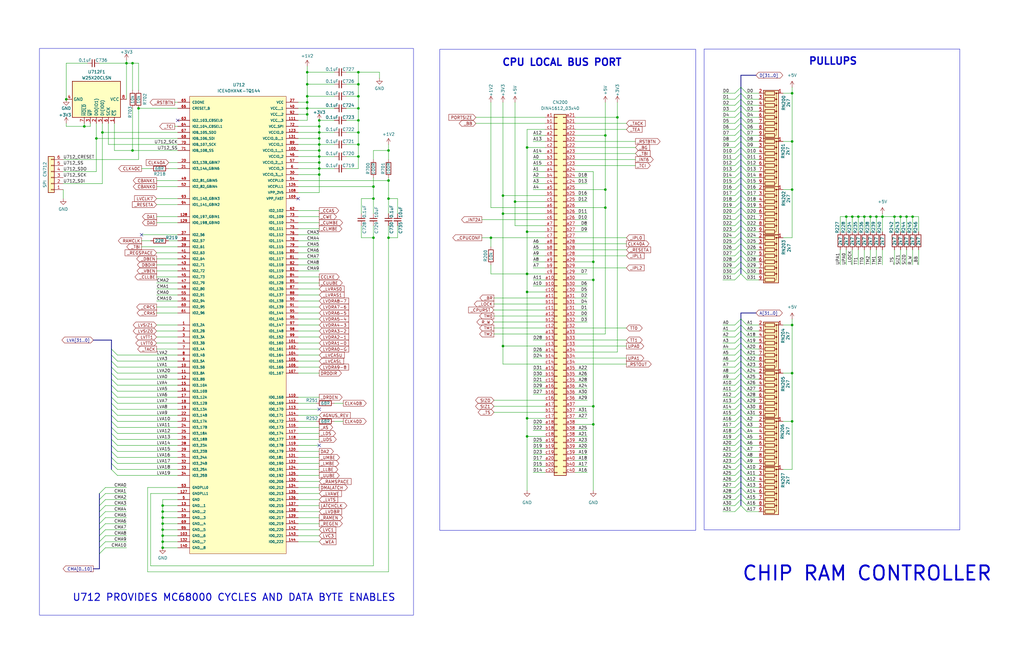
<source format=kicad_sch>
(kicad_sch (version 20231120) (generator "eeschema") (generator_version "8.0")
  (paper "B")
  (title_block (title "AMIGA PCI") (date "2025-01-10") (rev "5.0"))
  (junction (at 255.27 57.15))
  (junction (at 163.83 100.33))
  (junction (at 151.13 30.48))
  (junction (at 250.19 179.07))
  (junction (at 163.83 76.2))
  (junction (at 207.01 100.33))
  (junction (at 134.62 53.34))
  (junction (at 334.01 137.16))
  (junction (at 134.62 58.42))
  (junction (at 151.13 50.8))
  (junction (at 151.13 55.88))
  (junction (at 157.48 83.82))
  (junction (at 356.87 91.44))
  (junction (at 68.58 223.52))
  (junction (at 222.25 62.23))
  (junction (at 222.25 123.19))
  (junction (at 129.54 43.18))
  (junction (at 364.49 91.44))
  (junction (at 212.09 82.55))
  (junction (at 334.01 80.01))
  (junction (at 334.01 39.37))
  (junction (at 27.94 41.91))
  (junction (at 334.01 59.69))
  (junction (at 361.95 91.44))
  (junction (at 260.35 49.53))
  (junction (at 250.19 110.49))
  (junction (at 134.62 66.04))
  (junction (at 334.01 177.8))
  (junction (at 163.83 83.82))
  (junction (at 129.54 48.26))
  (junction (at 129.54 35.56))
  (junction (at 68.58 220.98))
  (junction (at 359.41 91.44))
  (junction (at 212.09 146.05))
  (junction (at 334.01 157.48))
  (junction (at 250.19 171.45))
  (junction (at 134.62 73.66))
  (junction (at 134.62 60.96))
  (junction (at 68.58 231.14))
  (junction (at 151.13 60.96))
  (junction (at 250.19 118.11))
  (junction (at 134.62 50.8))
  (junction (at 222.25 97.79))
  (junction (at 367.03 91.44))
  (junction (at 68.58 213.36))
  (junction (at 157.48 78.74))
  (junction (at 372.11 91.44))
  (junction (at 53.34 26.67))
  (junction (at 151.13 40.64))
  (junction (at 134.62 55.88))
  (junction (at 222.25 176.53))
  (junction (at 43.18 55.88))
  (junction (at 255.27 87.63))
  (junction (at 58.42 45.72))
  (junction (at 377.19 91.44))
  (junction (at 163.83 63.5))
  (junction (at 68.58 228.6))
  (junction (at 222.25 115.57))
  (junction (at 157.48 100.33))
  (junction (at 382.27 91.44))
  (junction (at 68.58 215.9))
  (junction (at 217.17 85.09))
  (junction (at 151.13 45.72))
  (junction (at 129.54 45.72))
  (junction (at 369.57 91.44))
  (junction (at 151.13 66.04))
  (junction (at 55.88 63.5))
  (junction (at 134.62 68.58))
  (junction (at 55.88 26.67))
  (junction (at 35.56 53.34))
  (junction (at 222.25 184.15))
  (junction (at 129.54 40.64))
  (junction (at 134.62 71.12))
  (junction (at 384.81 91.44))
  (junction (at 379.73 91.44))
  (junction (at 129.54 30.48))
  (junction (at 68.58 218.44))
  (junction (at 134.62 63.5))
  (junction (at 40.64 58.42))
  (junction (at 151.13 35.56))
  (junction (at 68.58 226.06))
  (junction (at 255.27 80.01))
  (junction (at 212.09 90.17))
  (no_connect (at 134.62 187.96))
  (no_connect (at 74.93 50.8))
  (no_connect (at 59.69 99.06))
  (no_connect (at 134.62 172.72))
  (no_connect (at 125.73 83.82))
  (bus_entry (at 314.96 185.42) (size -2.54 -2.54))
  (bus_entry (at 314.96 118.11) (size -2.54 -2.54))
  (bus_entry (at 314.96 154.94) (size -2.54 -2.54))
  (bus_entry (at 46.99 187.96) (size 2.54 2.54))
  (bus_entry (at 46.99 198.12) (size 2.54 2.54))
  (bus_entry (at 309.88 110.49) (size 2.54 -2.54))
  (bus_entry (at 309.88 137.16) (size 2.54 -2.54))
  (bus_entry (at 309.88 175.26) (size 2.54 -2.54))
  (bus_entry (at 314.96 142.24) (size -2.54 -2.54))
  (bus_entry (at 309.88 180.34) (size 2.54 -2.54))
  (bus_entry (at 314.96 208.28) (size -2.54 -2.54))
  (bus_entry (at 309.88 172.72) (size 2.54 -2.54))
  (bus_entry (at 314.96 44.45) (size -2.54 -2.54))
  (bus_entry (at 309.88 210.82) (size 2.54 -2.54))
  (bus_entry (at 46.99 195.58) (size 2.54 2.54))
  (bus_entry (at 314.96 215.9) (size -2.54 -2.54))
  (bus_entry (at 314.96 147.32) (size -2.54 -2.54))
  (bus_entry (at 314.96 175.26) (size -2.54 -2.54))
  (bus_entry (at 314.96 113.03) (size -2.54 -2.54))
  (bus_entry (at 314.96 198.12) (size -2.54 -2.54))
  (bus_entry (at 314.96 67.31) (size -2.54 -2.54))
  (bus_entry (at 314.96 110.49) (size -2.54 -2.54))
  (bus_entry (at 314.96 195.58) (size -2.54 -2.54))
  (bus_entry (at 309.88 195.58) (size 2.54 -2.54))
  (bus_entry (at 309.88 152.4) (size 2.54 -2.54))
  (bus_entry (at 309.88 54.61) (size 2.54 -2.54))
  (bus_entry (at 309.88 185.42) (size 2.54 -2.54))
  (bus_entry (at 314.96 64.77) (size -2.54 -2.54))
  (bus_entry (at 46.99 162.56) (size 2.54 2.54))
  (bus_entry (at 314.96 210.82) (size -2.54 -2.54))
  (bus_entry (at 46.99 177.8) (size 2.54 2.54))
  (bus_entry (at 309.88 182.88) (size 2.54 -2.54))
  (bus_entry (at 309.88 177.8) (size 2.54 -2.54))
  (bus_entry (at 309.88 64.77) (size 2.54 -2.54))
  (bus_entry (at 314.96 41.91) (size -2.54 -2.54))
  (bus_entry (at 309.88 82.55) (size 2.54 -2.54))
  (bus_entry (at 309.88 139.7) (size 2.54 -2.54))
  (bus_entry (at 314.96 54.61) (size -2.54 -2.54))
  (bus_entry (at 309.88 147.32) (size 2.54 -2.54))
  (bus_entry (at 309.88 74.93) (size 2.54 -2.54))
  (bus_entry (at 309.88 67.31) (size 2.54 -2.54))
  (bus_entry (at 309.88 87.63) (size 2.54 -2.54))
  (bus_entry (at 309.88 113.03) (size 2.54 -2.54))
  (bus_entry (at 314.96 180.34) (size -2.54 -2.54))
  (bus_entry (at 44.45 210.82) (size -2.54 2.54))
  (bus_entry (at 314.96 157.48) (size -2.54 -2.54))
  (bus_entry (at 309.88 213.36) (size 2.54 -2.54))
  (bus_entry (at 314.96 152.4) (size -2.54 -2.54))
  (bus_entry (at 309.88 160.02) (size 2.54 -2.54))
  (bus_entry (at 314.96 115.57) (size -2.54 -2.54))
  (bus_entry (at 314.96 105.41) (size -2.54 -2.54))
  (bus_entry (at 46.99 160.02) (size 2.54 2.54))
  (bus_entry (at 314.96 69.85) (size -2.54 -2.54))
  (bus_entry (at 314.96 193.04) (size -2.54 -2.54))
  (bus_entry (at 314.96 62.23) (size -2.54 -2.54))
  (bus_entry (at 46.99 157.48) (size 2.54 2.54))
  (bus_entry (at 314.96 144.78) (size -2.54 -2.54))
  (bus_entry (at 46.99 149.86) (size 2.54 2.54))
  (bus_entry (at 46.99 170.18) (size 2.54 2.54))
  (bus_entry (at 314.96 165.1) (size -2.54 -2.54))
  (bus_entry (at 309.88 90.17) (size 2.54 -2.54))
  (bus_entry (at 314.96 177.8) (size -2.54 -2.54))
  (bus_entry (at 309.88 170.18) (size 2.54 -2.54))
  (bus_entry (at 309.88 69.85) (size 2.54 -2.54))
  (bus_entry (at 309.88 97.79) (size 2.54 -2.54))
  (bus_entry (at 314.96 97.79) (size -2.54 -2.54))
  (bus_entry (at 314.96 72.39) (size -2.54 -2.54))
  (bus_entry (at 314.96 149.86) (size -2.54 -2.54))
  (bus_entry (at 314.96 90.17) (size -2.54 -2.54))
  (bus_entry (at 309.88 165.1) (size 2.54 -2.54))
  (bus_entry (at 46.99 190.5) (size 2.54 2.54))
  (bus_entry (at 314.96 139.7) (size -2.54 -2.54))
  (bus_entry (at 314.96 172.72) (size -2.54 -2.54))
  (bus_entry (at 309.88 193.04) (size 2.54 -2.54))
  (bus_entry (at 314.96 87.63) (size -2.54 -2.54))
  (bus_entry (at 314.96 59.69) (size -2.54 -2.54))
  (bus_entry (at 314.96 102.87) (size -2.54 -2.54))
  (bus_entry (at 314.96 57.15) (size -2.54 -2.54))
  (bus_entry (at 309.88 46.99) (size 2.54 -2.54))
  (bus_entry (at 309.88 59.69) (size 2.54 -2.54))
  (bus_entry (at 314.96 137.16) (size -2.54 -2.54))
  (bus_entry (at 309.88 85.09) (size 2.54 -2.54))
  (bus_entry (at 44.45 231.14) (size -2.54 2.54))
  (bus_entry (at 309.88 95.25) (size 2.54 -2.54))
  (bus_entry (at 314.96 82.55) (size -2.54 -2.54))
  (bus_entry (at 46.99 193.04) (size 2.54 2.54))
  (bus_entry (at 44.45 205.74) (size -2.54 2.54))
  (bus_entry (at 46.99 175.26) (size 2.54 2.54))
  (bus_entry (at 309.88 102.87) (size 2.54 -2.54))
  (bus_entry (at 309.88 41.91) (size 2.54 -2.54))
  (bus_entry (at 309.88 167.64) (size 2.54 -2.54))
  (bus_entry (at 309.88 39.37) (size 2.54 -2.54))
  (bus_entry (at 309.88 44.45) (size 2.54 -2.54))
  (bus_entry (at 309.88 157.48) (size 2.54 -2.54))
  (bus_entry (at 46.99 154.94) (size 2.54 2.54))
  (bus_entry (at 44.45 223.52) (size -2.54 2.54))
  (bus_entry (at 314.96 205.74) (size -2.54 -2.54))
  (bus_entry (at 44.45 226.06) (size -2.54 2.54))
  (bus_entry (at 309.88 187.96) (size 2.54 -2.54))
  (bus_entry (at 314.96 190.5) (size -2.54 -2.54))
  (bus_entry (at 314.96 80.01) (size -2.54 -2.54))
  (bus_entry (at 309.88 118.11) (size 2.54 -2.54))
  (bus_entry (at 44.45 215.9) (size -2.54 2.54))
  (bus_entry (at 314.96 95.25) (size -2.54 -2.54))
  (bus_entry (at 314.96 49.53) (size -2.54 -2.54))
  (bus_entry (at 314.96 100.33) (size -2.54 -2.54))
  (bus_entry (at 314.96 162.56) (size -2.54 -2.54))
  (bus_entry (at 46.99 180.34) (size 2.54 2.54))
  (bus_entry (at 46.99 147.32) (size 2.54 2.54))
  (bus_entry (at 46.99 165.1) (size 2.54 2.54))
  (bus_entry (at 314.96 213.36) (size -2.54 -2.54))
  (bus_entry (at 314.96 107.95) (size -2.54 -2.54))
  (bus_entry (at 309.88 203.2) (size 2.54 -2.54))
  (bus_entry (at 314.96 39.37) (size -2.54 -2.54))
  (bus_entry (at 314.96 92.71) (size -2.54 -2.54))
  (bus_entry (at 314.96 74.93) (size -2.54 -2.54))
  (bus_entry (at 309.88 144.78) (size 2.54 -2.54))
  (bus_entry (at 309.88 200.66) (size 2.54 -2.54))
  (bus_entry (at 309.88 198.12) (size 2.54 -2.54))
  (bus_entry (at 309.88 154.94) (size 2.54 -2.54))
  (bus_entry (at 44.45 220.98) (size -2.54 2.54))
  (bus_entry (at 309.88 105.41) (size 2.54 -2.54))
  (bus_entry (at 309.88 190.5) (size 2.54 -2.54))
  (bus_entry (at 314.96 167.64) (size -2.54 -2.54))
  (bus_entry (at 309.88 142.24) (size 2.54 -2.54))
  (bus_entry (at 44.45 228.6) (size -2.54 2.54))
  (bus_entry (at 309.88 115.57) (size 2.54 -2.54))
  (bus_entry (at 309.88 205.74) (size 2.54 -2.54))
  (bus_entry (at 309.88 77.47) (size 2.54 -2.54))
  (bus_entry (at 314.96 182.88) (size -2.54 -2.54))
  (bus_entry (at 309.88 72.39) (size 2.54 -2.54))
  (bus_entry (at 44.45 208.28) (size -2.54 2.54))
  (bus_entry (at 46.99 167.64) (size 2.54 2.54))
  (bus_entry (at 309.88 49.53) (size 2.54 -2.54))
  (bus_entry (at 309.88 208.28) (size 2.54 -2.54))
  (bus_entry (at 314.96 203.2) (size -2.54 -2.54))
  (bus_entry (at 309.88 92.71) (size 2.54 -2.54))
  (bus_entry (at 309.88 100.33) (size 2.54 -2.54))
  (bus_entry (at 309.88 215.9) (size 2.54 -2.54))
  (bus_entry (at 44.45 218.44) (size -2.54 2.54))
  (bus_entry (at 46.99 152.4) (size 2.54 2.54))
  (bus_entry (at 309.88 107.95) (size 2.54 -2.54))
  (bus_entry (at 314.96 77.47) (size -2.54 -2.54))
  (bus_entry (at 309.88 57.15) (size 2.54 -2.54))
  (bus_entry (at 314.96 85.09) (size -2.54 -2.54))
  (bus_entry (at 46.99 182.88) (size 2.54 2.54))
  (bus_entry (at 46.99 172.72) (size 2.54 2.54))
  (bus_entry (at 314.96 46.99) (size -2.54 -2.54))
  (bus_entry (at 309.88 80.01) (size 2.54 -2.54))
  (bus_entry (at 314.96 170.18) (size -2.54 -2.54))
  (bus_entry (at 314.96 160.02) (size -2.54 -2.54))
  (bus_entry (at 314.96 52.07) (size -2.54 -2.54))
  (bus_entry (at 314.96 200.66) (size -2.54 -2.54))
  (bus_entry (at 314.96 187.96) (size -2.54 -2.54))
  (bus_entry (at 309.88 149.86) (size 2.54 -2.54))
  (bus_entry (at 309.88 52.07) (size 2.54 -2.54))
  (bus_entry (at 46.99 185.42) (size 2.54 2.54))
  (bus_entry (at 44.45 213.36) (size -2.54 2.54))
  (bus_entry (at 309.88 162.56) (size 2.54 -2.54))
  (bus_entry (at 309.88 62.23) (size 2.54 -2.54))
  (wire (pts (xy 364.49 105.41) (xy 364.49 111.76)))
  (wire (pts (xy 242.57 100.33) (xy 264.16 100.33)))
  (wire (pts (xy 53.34 26.67) (xy 41.91 26.67)))
  (wire (pts (xy 129.54 40.64) (xy 129.54 43.18)))
  (wire (pts (xy 146.05 55.88) (xy 151.13 55.88)))
  (wire (pts (xy 320.04 203.2) (xy 314.96 203.2)))
  (bus (pts (xy 312.42 142.24) (xy 312.42 144.78)))
  (wire (pts (xy 224.79 161.29) (xy 229.87 161.29)))
  (wire (pts (xy 247.65 123.19) (xy 242.57 123.19)))
  (wire (pts (xy 212.09 90.17) (xy 212.09 146.05)))
  (wire (pts (xy 320.04 92.71) (xy 314.96 92.71)))
  (wire (pts (xy 320.04 49.53) (xy 314.96 49.53)))
  (wire (pts (xy 74.93 83.82) (xy 66.04 83.82)))
  (wire (pts (xy 134.62 134.62) (xy 125.73 134.62)))
  (wire (pts (xy 224.79 163.83) (xy 229.87 163.83)))
  (wire (pts (xy 134.62 60.96) (xy 134.62 63.5)))
  (bus (pts (xy 312.42 208.28) (xy 312.42 210.82)))
  (wire (pts (xy 49.53 160.02) (xy 74.93 160.02)))
  (wire (pts (xy 62.23 241.3) (xy 163.83 241.3)))
  (wire (pts (xy 53.34 41.91) (xy 53.34 26.67)))
  (wire (pts (xy 151.13 60.96) (xy 151.13 66.04)))
  (wire (pts (xy 55.88 26.67) (xy 53.34 26.67)))
  (wire (pts (xy 62.23 205.74) (xy 74.93 205.74)))
  (wire (pts (xy 304.8 107.95) (xy 309.88 107.95)))
  (wire (pts (xy 224.79 181.61) (xy 229.87 181.61)))
  (bus (pts (xy 312.42 110.49) (xy 312.42 107.95)))
  (wire (pts (xy 242.57 146.05) (xy 264.16 146.05)))
  (wire (pts (xy 68.58 215.9) (xy 74.93 215.9)))
  (wire (pts (xy 74.93 78.74) (xy 66.04 78.74)))
  (wire (pts (xy 222.25 123.19) (xy 222.25 176.53)))
  (bus (pts (xy 312.42 59.69) (xy 312.42 57.15)))
  (wire (pts (xy 304.8 64.77) (xy 309.88 64.77)))
  (wire (pts (xy 66.04 137.16) (xy 74.93 137.16)))
  (wire (pts (xy 134.62 142.24) (xy 125.73 142.24)))
  (wire (pts (xy 134.62 147.32) (xy 125.73 147.32)))
  (wire (pts (xy 354.33 97.79) (xy 354.33 91.44)))
  (wire (pts (xy 379.73 111.76) (xy 379.73 105.41)))
  (wire (pts (xy 207.01 111.76) (xy 207.01 115.57)))
  (wire (pts (xy 224.79 158.75) (xy 229.87 158.75)))
  (wire (pts (xy 207.01 43.18) (xy 207.01 87.63)))
  (wire (pts (xy 74.93 129.54) (xy 66.04 129.54)))
  (wire (pts (xy 125.73 58.42) (xy 134.62 58.42)))
  (wire (pts (xy 224.79 74.93) (xy 229.87 74.93)))
  (wire (pts (xy 377.19 91.44) (xy 377.19 97.79)))
  (wire (pts (xy 354.33 91.44) (xy 356.87 91.44)))
  (wire (pts (xy 157.48 90.17) (xy 157.48 83.82)))
  (bus (pts (xy 312.42 107.95) (xy 312.42 105.41)))
  (wire (pts (xy 304.8 118.11) (xy 309.88 118.11)))
  (wire (pts (xy 49.53 185.42) (xy 74.93 185.42)))
  (bus (pts (xy 312.42 180.34) (xy 312.42 182.88)))
  (wire (pts (xy 58.42 67.31) (xy 58.42 45.72)))
  (wire (pts (xy 320.04 67.31) (xy 314.96 67.31)))
  (wire (pts (xy 27.94 26.67) (xy 36.83 26.67)))
  (wire (pts (xy 163.83 90.17) (xy 163.83 83.82)))
  (wire (pts (xy 334.01 177.8) (xy 334.01 198.12)))
  (wire (pts (xy 304.8 165.1) (xy 309.88 165.1)))
  (wire (pts (xy 304.8 185.42) (xy 309.88 185.42)))
  (wire (pts (xy 125.73 129.54) (xy 134.62 129.54)))
  (wire (pts (xy 125.73 170.18) (xy 133.35 170.18)))
  (wire (pts (xy 74.93 127) (xy 66.04 127)))
  (wire (pts (xy 125.73 226.06) (xy 134.62 226.06)))
  (wire (pts (xy 247.65 95.25) (xy 242.57 95.25)))
  (wire (pts (xy 247.65 168.91) (xy 242.57 168.91)))
  (wire (pts (xy 242.57 171.45) (xy 250.19 171.45)))
  (wire (pts (xy 304.8 147.32) (xy 309.88 147.32)))
  (wire (pts (xy 384.81 91.44) (xy 387.35 91.44)))
  (wire (pts (xy 320.04 82.55) (xy 314.96 82.55)))
  (wire (pts (xy 247.65 97.79) (xy 242.57 97.79)))
  (wire (pts (xy 134.62 127) (xy 125.73 127)))
  (wire (pts (xy 364.49 91.44) (xy 364.49 97.79)))
  (wire (pts (xy 134.62 137.16) (xy 125.73 137.16)))
  (bus (pts (xy 312.42 67.31) (xy 312.42 64.77)))
  (wire (pts (xy 224.79 107.95) (xy 229.87 107.95)))
  (wire (pts (xy 334.01 59.69) (xy 334.01 80.01)))
  (wire (pts (xy 361.95 91.44) (xy 361.95 97.79)))
  (bus (pts (xy 41.91 226.06) (xy 41.91 228.6)))
  (wire (pts (xy 304.8 215.9) (xy 309.88 215.9)))
  (wire (pts (xy 304.8 160.02) (xy 309.88 160.02)))
  (wire (pts (xy 330.2 100.33) (xy 334.01 100.33)))
  (wire (pts (xy 320.04 149.86) (xy 314.96 149.86)))
  (bus (pts (xy 41.91 233.68) (xy 41.91 240.03)))
  (wire (pts (xy 134.62 63.5) (xy 134.62 66.04)))
  (wire (pts (xy 208.28 168.91) (xy 229.87 168.91)))
  (wire (pts (xy 140.97 170.18) (xy 144.78 170.18)))
  (wire (pts (xy 304.8 195.58) (xy 309.88 195.58)))
  (wire (pts (xy 125.73 45.72) (xy 129.54 45.72)))
  (bus (pts (xy 312.42 44.45) (xy 312.42 41.91)))
  (wire (pts (xy 320.04 59.69) (xy 314.96 59.69)))
  (wire (pts (xy 26.67 72.39) (xy 40.64 72.39)))
  (wire (pts (xy 157.48 74.93) (xy 157.48 78.74)))
  (wire (pts (xy 334.01 39.37) (xy 334.01 59.69)))
  (wire (pts (xy 55.88 63.5) (xy 74.93 63.5)))
  (wire (pts (xy 212.09 153.67) (xy 212.09 146.05)))
  (bus (pts (xy 312.42 167.64) (xy 312.42 170.18)))
  (wire (pts (xy 304.8 162.56) (xy 309.88 162.56)))
  (wire (pts (xy 134.62 114.3) (xy 125.73 114.3)))
  (wire (pts (xy 40.64 52.07) (xy 40.64 58.42)))
  (wire (pts (xy 334.01 157.48) (xy 334.01 177.8)))
  (wire (pts (xy 208.28 140.97) (xy 229.87 140.97)))
  (wire (pts (xy 224.79 69.85) (xy 229.87 69.85)))
  (wire (pts (xy 356.87 91.44) (xy 356.87 97.79)))
  (wire (pts (xy 242.57 52.07) (xy 264.16 52.07)))
  (wire (pts (xy 247.65 135.89) (xy 242.57 135.89)))
  (bus (pts (xy 312.42 137.16) (xy 312.42 139.7)))
  (wire (pts (xy 49.53 190.5) (xy 74.93 190.5)))
  (wire (pts (xy 125.73 132.08) (xy 134.62 132.08)))
  (wire (pts (xy 304.8 210.82) (xy 309.88 210.82)))
  (wire (pts (xy 304.8 46.99) (xy 309.88 46.99)))
  (wire (pts (xy 125.73 76.2) (xy 163.83 76.2)))
  (bus (pts (xy 312.42 52.07) (xy 312.42 49.53)))
  (wire (pts (xy 361.95 105.41) (xy 361.95 111.76)))
  (wire (pts (xy 134.62 81.28) (xy 125.73 81.28)))
  (wire (pts (xy 134.62 195.58) (xy 125.73 195.58)))
  (wire (pts (xy 125.73 60.96) (xy 134.62 60.96)))
  (wire (pts (xy 129.54 48.26) (xy 129.54 50.8)))
  (wire (pts (xy 242.57 143.51) (xy 264.16 143.51)))
  (wire (pts (xy 304.8 193.04) (xy 309.88 193.04)))
  (wire (pts (xy 247.65 133.35) (xy 242.57 133.35)))
  (bus (pts (xy 39.37 143.51) (xy 46.99 143.51)))
  (wire (pts (xy 125.73 208.28) (xy 134.62 208.28)))
  (wire (pts (xy 224.79 118.11) (xy 229.87 118.11)))
  (wire (pts (xy 330.2 59.69) (xy 334.01 59.69)))
  (wire (pts (xy 304.8 102.87) (xy 309.88 102.87)))
  (wire (pts (xy 44.45 210.82) (xy 53.34 210.82)))
  (bus (pts (xy 312.42 175.26) (xy 312.42 177.8)))
  (wire (pts (xy 49.53 193.04) (xy 74.93 193.04)))
  (wire (pts (xy 151.13 66.04) (xy 151.13 71.12)))
  (wire (pts (xy 125.73 116.84) (xy 134.62 116.84)))
  (wire (pts (xy 320.04 165.1) (xy 314.96 165.1)))
  (wire (pts (xy 212.09 43.18) (xy 212.09 82.55)))
  (wire (pts (xy 304.8 137.16) (xy 309.88 137.16)))
  (wire (pts (xy 320.04 190.5) (xy 314.96 190.5)))
  (wire (pts (xy 304.8 200.66) (xy 309.88 200.66)))
  (wire (pts (xy 242.57 59.69) (xy 267.97 59.69)))
  (bus (pts (xy 312.42 195.58) (xy 312.42 198.12)))
  (wire (pts (xy 330.2 157.48) (xy 334.01 157.48)))
  (wire (pts (xy 304.8 157.48) (xy 309.88 157.48)))
  (wire (pts (xy 207.01 87.63) (xy 229.87 87.63)))
  (wire (pts (xy 35.56 53.34) (xy 35.56 52.07)))
  (wire (pts (xy 125.73 218.44) (xy 134.62 218.44)))
  (bus (pts (xy 312.42 147.32) (xy 312.42 149.86)))
  (wire (pts (xy 125.73 66.04) (xy 134.62 66.04)))
  (bus (pts (xy 312.42 113.03) (xy 312.42 110.49)))
  (bus (pts (xy 312.42 54.61) (xy 312.42 52.07)))
  (wire (pts (xy 242.57 69.85) (xy 267.97 69.85)))
  (bus (pts (xy 312.42 144.78) (xy 312.42 147.32)))
  (bus (pts (xy 46.99 195.58) (xy 46.99 193.04)))
  (bus (pts (xy 46.99 172.72) (xy 46.99 170.18)))
  (wire (pts (xy 304.8 87.63) (xy 309.88 87.63)))
  (wire (pts (xy 367.03 91.44) (xy 367.03 97.79)))
  (wire (pts (xy 247.65 186.69) (xy 242.57 186.69)))
  (wire (pts (xy 125.73 205.74) (xy 134.62 205.74)))
  (wire (pts (xy 304.8 167.64) (xy 309.88 167.64)))
  (wire (pts (xy 224.79 64.77) (xy 229.87 64.77)))
  (wire (pts (xy 242.57 113.03) (xy 264.16 113.03)))
  (wire (pts (xy 382.27 111.76) (xy 382.27 105.41)))
  (wire (pts (xy 217.17 85.09) (xy 217.17 95.25)))
  (wire (pts (xy 134.62 198.12) (xy 125.73 198.12)))
  (wire (pts (xy 247.65 115.57) (xy 242.57 115.57)))
  (wire (pts (xy 387.35 111.76) (xy 387.35 105.41)))
  (wire (pts (xy 134.62 203.2) (xy 125.73 203.2)))
  (bus (pts (xy 46.99 149.86) (xy 46.99 147.32)))
  (wire (pts (xy 304.8 69.85) (xy 309.88 69.85)))
  (wire (pts (xy 304.8 152.4) (xy 309.88 152.4)))
  (bus (pts (xy 312.42 162.56) (xy 312.42 165.1)))
  (wire (pts (xy 134.62 193.04) (xy 125.73 193.04)))
  (wire (pts (xy 334.01 39.37) (xy 330.2 39.37)))
  (wire (pts (xy 222.25 62.23) (xy 222.25 97.79)))
  (wire (pts (xy 320.04 160.02) (xy 314.96 160.02)))
  (wire (pts (xy 320.04 102.87) (xy 314.96 102.87)))
  (wire (pts (xy 224.79 113.03) (xy 229.87 113.03)))
  (wire (pts (xy 247.65 130.81) (xy 242.57 130.81)))
  (wire (pts (xy 58.42 45.72) (xy 74.93 45.72)))
  (bus (pts (xy 312.42 74.93) (xy 312.42 72.39)))
  (wire (pts (xy 222.25 176.53) (xy 229.87 176.53)))
  (wire (pts (xy 222.25 176.53) (xy 222.25 184.15)))
  (wire (pts (xy 134.62 71.12) (xy 140.97 71.12)))
  (wire (pts (xy 74.93 142.24) (xy 66.04 142.24)))
  (wire (pts (xy 320.04 154.94) (xy 314.96 154.94)))
  (wire (pts (xy 242.57 49.53) (xy 260.35 49.53)))
  (wire (pts (xy 68.58 215.9) (xy 68.58 218.44)))
  (wire (pts (xy 44.45 228.6) (xy 53.34 228.6)))
  (wire (pts (xy 134.62 68.58) (xy 134.62 71.12)))
  (wire (pts (xy 222.25 115.57) (xy 222.25 123.19)))
  (bus (pts (xy 46.99 175.26) (xy 46.99 172.72)))
  (wire (pts (xy 247.65 82.55) (xy 242.57 82.55)))
  (wire (pts (xy 242.57 62.23) (xy 267.97 62.23)))
  (wire (pts (xy 379.73 91.44) (xy 379.73 97.79)))
  (wire (pts (xy 320.04 172.72) (xy 314.96 172.72)))
  (wire (pts (xy 125.73 68.58) (xy 134.62 68.58)))
  (wire (pts (xy 224.79 186.69) (xy 229.87 186.69)))
  (bus (pts (xy 312.42 77.47) (xy 312.42 74.93)))
  (wire (pts (xy 320.04 187.96) (xy 314.96 187.96)))
  (wire (pts (xy 134.62 167.64) (xy 125.73 167.64)))
  (wire (pts (xy 224.79 59.69) (xy 229.87 59.69)))
  (bus (pts (xy 312.42 157.48) (xy 312.42 160.02)))
  (wire (pts (xy 125.73 101.6) (xy 134.62 101.6)))
  (bus (pts (xy 312.42 102.87) (xy 312.42 100.33)))
  (bus (pts (xy 46.99 170.18) (xy 46.99 167.64)))
  (wire (pts (xy 134.62 172.72) (xy 125.73 172.72)))
  (wire (pts (xy 224.79 67.31) (xy 229.87 67.31)))
  (wire (pts (xy 222.25 62.23) (xy 229.87 62.23)))
  (wire (pts (xy 49.53 175.26) (xy 74.93 175.26)))
  (wire (pts (xy 320.04 57.15) (xy 314.96 57.15)))
  (wire (pts (xy 304.8 175.26) (xy 309.88 175.26)))
  (wire (pts (xy 151.13 35.56) (xy 151.13 30.48)))
  (wire (pts (xy 222.25 184.15) (xy 229.87 184.15)))
  (wire (pts (xy 125.73 139.7) (xy 134.62 139.7)))
  (wire (pts (xy 224.79 191.77) (xy 229.87 191.77)))
  (wire (pts (xy 43.18 55.88) (xy 74.93 55.88)))
  (wire (pts (xy 129.54 27.94) (xy 129.54 30.48)))
  (bus (pts (xy 312.42 205.74) (xy 312.42 208.28)))
  (wire (pts (xy 247.65 92.71) (xy 242.57 92.71)))
  (wire (pts (xy 74.93 116.84) (xy 66.04 116.84)))
  (wire (pts (xy 66.04 147.32) (xy 74.93 147.32)))
  (wire (pts (xy 45.72 60.96) (xy 45.72 52.07)))
  (wire (pts (xy 320.04 170.18) (xy 314.96 170.18)))
  (wire (pts (xy 356.87 105.41) (xy 356.87 111.76)))
  (wire (pts (xy 247.65 120.65) (xy 242.57 120.65)))
  (bus (pts (xy 46.99 190.5) (xy 46.99 187.96)))
  (wire (pts (xy 129.54 43.18) (xy 129.54 45.72)))
  (wire (pts (xy 372.11 105.41) (xy 372.11 111.76)))
  (bus (pts (xy 46.99 147.32) (xy 46.99 143.51)))
  (wire (pts (xy 247.65 163.83) (xy 242.57 163.83)))
  (wire (pts (xy 304.8 190.5) (xy 309.88 190.5)))
  (wire (pts (xy 304.8 92.71) (xy 309.88 92.71)))
  (bus (pts (xy 46.99 162.56) (xy 46.99 160.02)))
  (wire (pts (xy 320.04 210.82) (xy 314.96 210.82)))
  (wire (pts (xy 359.41 91.44) (xy 361.95 91.44)))
  (wire (pts (xy 260.35 49.53) (xy 260.35 148.59)))
  (wire (pts (xy 320.04 152.4) (xy 314.96 152.4)))
  (wire (pts (xy 208.28 171.45) (xy 229.87 171.45)))
  (wire (pts (xy 68.58 213.36) (xy 74.93 213.36)))
  (wire (pts (xy 146.05 35.56) (xy 151.13 35.56)))
  (bus (pts (xy 41.91 223.52) (xy 41.91 226.06)))
  (wire (pts (xy 229.87 95.25) (xy 217.17 95.25)))
  (wire (pts (xy 334.01 36.83) (xy 334.01 39.37)))
  (wire (pts (xy 247.65 176.53) (xy 242.57 176.53)))
  (wire (pts (xy 59.69 101.6) (xy 63.5 101.6)))
  (wire (pts (xy 203.2 100.33) (xy 207.01 100.33)))
  (bus (pts (xy 312.42 160.02) (xy 312.42 162.56)))
  (wire (pts (xy 320.04 54.61) (xy 314.96 54.61)))
  (wire (pts (xy 125.73 106.68) (xy 134.62 106.68)))
  (wire (pts (xy 320.04 87.63) (xy 314.96 87.63)))
  (bus (pts (xy 41.91 215.9) (xy 41.91 218.44)))
  (wire (pts (xy 224.79 199.39) (xy 229.87 199.39)))
  (wire (pts (xy 35.56 53.34) (xy 38.1 53.34)))
  (wire (pts (xy 125.73 152.4) (xy 134.62 152.4)))
  (bus (pts (xy 312.42 69.85) (xy 312.42 67.31)))
  (wire (pts (xy 224.79 105.41) (xy 229.87 105.41)))
  (wire (pts (xy 152.4 100.33) (xy 157.48 100.33)))
  (wire (pts (xy 224.79 143.51) (xy 229.87 143.51)))
  (wire (pts (xy 320.04 41.91) (xy 314.96 41.91)))
  (wire (pts (xy 68.58 223.52) (xy 74.93 223.52)))
  (wire (pts (xy 304.8 115.57) (xy 309.88 115.57)))
  (bus (pts (xy 41.91 220.98) (xy 41.91 223.52)))
  (wire (pts (xy 247.65 189.23) (xy 242.57 189.23)))
  (wire (pts (xy 44.45 215.9) (xy 53.34 215.9)))
  (bus (pts (xy 312.42 203.2) (xy 312.42 205.74)))
  (bus (pts (xy 41.91 210.82) (xy 41.91 213.36)))
  (bus (pts (xy 41.91 218.44) (xy 41.91 220.98)))
  (wire (pts (xy 134.62 228.6) (xy 125.73 228.6)))
  (wire (pts (xy 74.93 76.2) (xy 66.04 76.2)))
  (wire (pts (xy 27.94 53.34) (xy 27.94 52.07)))
  (wire (pts (xy 320.04 118.11) (xy 314.96 118.11)))
  (wire (pts (xy 49.53 154.94) (xy 74.93 154.94)))
  (wire (pts (xy 320.04 208.28) (xy 314.96 208.28)))
  (wire (pts (xy 320.04 213.36) (xy 314.96 213.36)))
  (wire (pts (xy 320.04 52.07) (xy 314.96 52.07)))
  (bus (pts (xy 41.91 240.03) (xy 39.37 240.03)))
  (wire (pts (xy 129.54 45.72) (xy 140.97 45.72)))
  (wire (pts (xy 125.73 124.46) (xy 134.62 124.46)))
  (wire (pts (xy 304.8 170.18) (xy 309.88 170.18)))
  (bus (pts (xy 312.42 87.63) (xy 312.42 85.09)))
  (wire (pts (xy 222.25 54.61) (xy 222.25 62.23)))
  (wire (pts (xy 247.65 85.09) (xy 242.57 85.09)))
  (wire (pts (xy 49.53 200.66) (xy 74.93 200.66)))
  (wire (pts (xy 320.04 69.85) (xy 314.96 69.85)))
  (wire (pts (xy 247.65 74.93) (xy 242.57 74.93)))
  (wire (pts (xy 74.93 114.3) (xy 66.04 114.3)))
  (wire (pts (xy 68.58 218.44) (xy 74.93 218.44)))
  (wire (pts (xy 44.45 208.28) (xy 53.34 208.28)))
  (wire (pts (xy 134.62 119.38) (xy 125.73 119.38)))
  (bus (pts (xy 46.99 187.96) (xy 46.99 185.42)))
  (wire (pts (xy 247.65 173.99) (xy 242.57 173.99)))
  (wire (pts (xy 304.8 110.49) (xy 309.88 110.49)))
  (wire (pts (xy 74.93 93.98) (xy 66.04 93.98)))
  (wire (pts (xy 224.79 110.49) (xy 229.87 110.49)))
  (wire (pts (xy 49.53 157.48) (xy 74.93 157.48)))
  (wire (pts (xy 134.62 71.12) (xy 134.62 73.66)))
  (wire (pts (xy 134.62 66.04) (xy 140.97 66.04)))
  (wire (pts (xy 129.54 30.48) (xy 129.54 35.56)))
  (wire (pts (xy 68.58 220.98) (xy 74.93 220.98)))
  (wire (pts (xy 74.93 91.44) (xy 66.04 91.44)))
  (wire (pts (xy 222.25 97.79) (xy 222.25 115.57)))
  (bus (pts (xy 312.42 31.75) (xy 318.77 31.75)))
  (wire (pts (xy 255.27 57.15) (xy 255.27 80.01)))
  (wire (pts (xy 66.04 121.92) (xy 74.93 121.92)))
  (wire (pts (xy 255.27 43.18) (xy 255.27 57.15)))
  (wire (pts (xy 334.01 177.8) (xy 330.2 177.8)))
  (wire (pts (xy 320.04 100.33) (xy 314.96 100.33)))
  (wire (pts (xy 44.45 205.74) (xy 53.34 205.74)))
  (wire (pts (xy 208.28 130.81) (xy 229.87 130.81)))
  (bus (pts (xy 312.42 149.86) (xy 312.42 152.4)))
  (wire (pts (xy 224.79 166.37) (xy 229.87 166.37)))
  (wire (pts (xy 68.58 226.06) (xy 74.93 226.06)))
  (wire (pts (xy 242.57 64.77) (xy 267.97 64.77)))
  (bus (pts (xy 312.42 198.12) (xy 312.42 200.66)))
  (wire (pts (xy 247.65 196.85) (xy 242.57 196.85)))
  (wire (pts (xy 68.58 223.52) (xy 68.58 226.06)))
  (wire (pts (xy 146.05 45.72) (xy 151.13 45.72)))
  (bus (pts (xy 312.42 41.91) (xy 312.42 39.37)))
  (bus (pts (xy 312.42 134.62) (xy 312.42 137.16)))
  (wire (pts (xy 44.45 231.14) (xy 53.34 231.14)))
  (wire (pts (xy 49.53 198.12) (xy 74.93 198.12)))
  (wire (pts (xy 40.64 72.39) (xy 40.64 58.42)))
  (wire (pts (xy 146.05 66.04) (xy 151.13 66.04)))
  (wire (pts (xy 125.73 177.8) (xy 133.35 177.8)))
  (wire (pts (xy 320.04 162.56) (xy 314.96 162.56)))
  (wire (pts (xy 49.53 187.96) (xy 74.93 187.96)))
  (wire (pts (xy 66.04 144.78) (xy 74.93 144.78)))
  (wire (pts (xy 66.04 119.38) (xy 74.93 119.38)))
  (bus (pts (xy 312.42 182.88) (xy 312.42 185.42)))
  (wire (pts (xy 224.79 72.39) (xy 229.87 72.39)))
  (wire (pts (xy 125.73 93.98) (xy 134.62 93.98)))
  (wire (pts (xy 320.04 44.45) (xy 314.96 44.45)))
  (wire (pts (xy 208.28 133.35) (xy 229.87 133.35)))
  (wire (pts (xy 356.87 91.44) (xy 359.41 91.44)))
  (bus (pts (xy 41.91 208.28) (xy 41.91 210.82)))
  (wire (pts (xy 247.65 128.27) (xy 242.57 128.27)))
  (bus (pts (xy 46.99 154.94) (xy 46.99 152.4)))
  (wire (pts (xy 71.12 101.6) (xy 74.93 101.6)))
  (wire (pts (xy 320.04 177.8) (xy 314.96 177.8)))
  (wire (pts (xy 63.5 71.12) (xy 59.69 71.12)))
  (wire (pts (xy 66.04 111.76) (xy 74.93 111.76)))
  (wire (pts (xy 68.58 226.06) (xy 68.58 228.6)))
  (wire (pts (xy 55.88 45.72) (xy 55.88 63.5)))
  (wire (pts (xy 125.73 213.36) (xy 134.62 213.36)))
  (bus (pts (xy 46.99 167.64) (xy 46.99 165.1)))
  (wire (pts (xy 151.13 30.48) (xy 146.05 30.48)))
  (wire (pts (xy 125.73 210.82) (xy 134.62 210.82)))
  (wire (pts (xy 48.26 63.5) (xy 48.26 52.07)))
  (bus (pts (xy 312.42 154.94) (xy 312.42 157.48)))
  (wire (pts (xy 146.05 40.64) (xy 151.13 40.64)))
  (wire (pts (xy 320.04 62.23) (xy 314.96 62.23)))
  (wire (pts (xy 129.54 30.48) (xy 140.97 30.48)))
  (wire (pts (xy 320.04 115.57) (xy 314.96 115.57)))
  (wire (pts (xy 134.62 55.88) (xy 134.62 58.42)))
  (wire (pts (xy 242.57 118.11) (xy 250.19 118.11)))
  (wire (pts (xy 49.53 172.72) (xy 74.93 172.72)))
  (wire (pts (xy 157.48 78.74) (xy 157.48 83.82)))
  (wire (pts (xy 134.62 73.66) (xy 134.62 81.28)))
  (wire (pts (xy 134.62 50.8) (xy 134.62 53.34)))
  (wire (pts (xy 73.66 53.34) (xy 74.93 53.34)))
  (wire (pts (xy 49.53 162.56) (xy 74.93 162.56)))
  (wire (pts (xy 26.67 77.47) (xy 43.18 77.47)))
  (bus (pts (xy 312.42 57.15) (xy 312.42 54.61)))
  (wire (pts (xy 151.13 45.72) (xy 151.13 40.64)))
  (bus (pts (xy 312.42 49.53) (xy 312.42 46.99)))
  (wire (pts (xy 364.49 91.44) (xy 367.03 91.44)))
  (wire (pts (xy 74.93 104.14) (xy 59.69 104.14)))
  (wire (pts (xy 334.01 80.01) (xy 334.01 100.33)))
  (wire (pts (xy 320.04 80.01) (xy 314.96 80.01)))
  (wire (pts (xy 151.13 40.64) (xy 151.13 35.56)))
  (wire (pts (xy 68.58 210.82) (xy 68.58 213.36)))
  (wire (pts (xy 134.62 50.8) (xy 140.97 50.8)))
  (wire (pts (xy 379.73 91.44) (xy 382.27 91.44)))
  (wire (pts (xy 74.93 68.58) (xy 71.12 68.58)))
  (wire (pts (xy 224.79 151.13) (xy 229.87 151.13)))
  (bus (pts (xy 312.42 190.5) (xy 312.42 193.04)))
  (wire (pts (xy 304.8 154.94) (xy 309.88 154.94)))
  (wire (pts (xy 152.4 90.17) (xy 152.4 83.82)))
  (wire (pts (xy 382.27 91.44) (xy 384.81 91.44)))
  (wire (pts (xy 26.67 67.31) (xy 58.42 67.31)))
  (wire (pts (xy 134.62 66.04) (xy 134.62 68.58)))
  (wire (pts (xy 304.8 139.7) (xy 309.88 139.7)))
  (wire (pts (xy 304.8 205.74) (xy 309.88 205.74)))
  (bus (pts (xy 312.42 132.08) (xy 318.77 132.08)))
  (wire (pts (xy 129.54 35.56) (xy 140.97 35.56)))
  (bus (pts (xy 46.99 160.02) (xy 46.99 157.48)))
  (wire (pts (xy 224.79 120.65) (xy 229.87 120.65)))
  (wire (pts (xy 163.83 74.93) (xy 163.83 76.2)))
  (wire (pts (xy 247.65 194.31) (xy 242.57 194.31)))
  (wire (pts (xy 384.81 111.76) (xy 384.81 105.41)))
  (wire (pts (xy 125.73 73.66) (xy 134.62 73.66)))
  (wire (pts (xy 320.04 200.66) (xy 314.96 200.66)))
  (wire (pts (xy 330.2 198.12) (xy 334.01 198.12)))
  (bus (pts (xy 312.42 165.1) (xy 312.42 167.64)))
  (bus (pts (xy 312.42 90.17) (xy 312.42 87.63)))
  (wire (pts (xy 320.04 205.74) (xy 314.96 205.74)))
  (wire (pts (xy 224.79 102.87) (xy 229.87 102.87)))
  (wire (pts (xy 151.13 50.8) (xy 151.13 45.72)))
  (wire (pts (xy 304.8 72.39) (xy 309.88 72.39)))
  (wire (pts (xy 44.45 226.06) (xy 53.34 226.06)))
  (bus (pts (xy 46.99 182.88) (xy 46.99 180.34)))
  (wire (pts (xy 242.57 54.61) (xy 264.16 54.61)))
  (wire (pts (xy 134.62 53.34) (xy 134.62 55.88)))
  (wire (pts (xy 58.42 38.1) (xy 58.42 26.67)))
  (wire (pts (xy 304.8 44.45) (xy 309.88 44.45)))
  (wire (pts (xy 320.04 95.25) (xy 314.96 95.25)))
  (wire (pts (xy 250.19 179.07) (xy 250.19 207.01)))
  (wire (pts (xy 49.53 165.1) (xy 74.93 165.1)))
  (wire (pts (xy 68.58 228.6) (xy 74.93 228.6)))
  (wire (pts (xy 334.01 134.62) (xy 334.01 137.16)))
  (wire (pts (xy 320.04 167.64) (xy 314.96 167.64)))
  (wire (pts (xy 66.04 139.7) (xy 74.93 139.7)))
  (wire (pts (xy 49.53 152.4) (xy 74.93 152.4)))
  (wire (pts (xy 320.04 137.16) (xy 314.96 137.16)))
  (wire (pts (xy 304.8 213.36) (xy 309.88 213.36)))
  (wire (pts (xy 212.09 82.55) (xy 212.09 90.17)))
  (wire (pts (xy 320.04 180.34) (xy 314.96 180.34)))
  (wire (pts (xy 68.58 220.98) (xy 68.58 223.52)))
  (wire (pts (xy 146.05 50.8) (xy 151.13 50.8)))
  (wire (pts (xy 224.79 179.07) (xy 229.87 179.07)))
  (wire (pts (xy 125.73 99.06) (xy 134.62 99.06)))
  (wire (pts (xy 242.57 105.41) (xy 264.16 105.41)))
  (bus (pts (xy 312.42 92.71) (xy 312.42 90.17)))
  (wire (pts (xy 247.65 199.39) (xy 242.57 199.39)))
  (wire (pts (xy 320.04 195.58) (xy 314.96 195.58)))
  (wire (pts (xy 304.8 149.86) (xy 309.88 149.86)))
  (wire (pts (xy 134.62 60.96) (xy 140.97 60.96)))
  (bus (pts (xy 41.91 228.6) (xy 41.91 231.14)))
  (wire (pts (xy 320.04 105.41) (xy 314.96 105.41)))
  (wire (pts (xy 125.73 223.52) (xy 134.62 223.52)))
  (wire (pts (xy 224.79 148.59) (xy 229.87 148.59)))
  (wire (pts (xy 207.01 115.57) (xy 222.25 115.57)))
  (wire (pts (xy 247.65 156.21) (xy 242.57 156.21)))
  (wire (pts (xy 304.8 90.17) (xy 309.88 90.17)))
  (wire (pts (xy 359.41 105.41) (xy 359.41 111.76)))
  (wire (pts (xy 247.65 184.15) (xy 242.57 184.15)))
  (wire (pts (xy 27.94 53.34) (xy 35.56 53.34)))
  (wire (pts (xy 247.65 166.37) (xy 242.57 166.37)))
  (bus (pts (xy 312.42 85.09) (xy 312.42 82.55)))
  (wire (pts (xy 361.95 91.44) (xy 364.49 91.44)))
  (wire (pts (xy 224.79 196.85) (xy 229.87 196.85)))
  (bus (pts (xy 312.42 152.4) (xy 312.42 154.94)))
  (wire (pts (xy 157.48 63.5) (xy 157.48 67.31)))
  (wire (pts (xy 369.57 91.44) (xy 369.57 97.79)))
  (wire (pts (xy 304.8 113.03) (xy 309.88 113.03)))
  (wire (pts (xy 304.8 180.34) (xy 309.88 180.34)))
  (wire (pts (xy 334.01 80.01) (xy 330.2 80.01)))
  (wire (pts (xy 208.28 128.27) (xy 229.87 128.27)))
  (wire (pts (xy 134.62 200.66) (xy 125.73 200.66)))
  (wire (pts (xy 144.78 177.8) (xy 140.97 177.8)))
  (wire (pts (xy 320.04 139.7) (xy 314.96 139.7)))
  (wire (pts (xy 242.57 57.15) (xy 255.27 57.15)))
  (wire (pts (xy 304.8 74.93) (xy 309.88 74.93)))
  (wire (pts (xy 38.1 53.34) (xy 38.1 52.07)))
  (wire (pts (xy 247.65 90.17) (xy 242.57 90.17)))
  (wire (pts (xy 160.02 30.48) (xy 151.13 30.48)))
  (wire (pts (xy 304.8 59.69) (xy 309.88 59.69)))
  (wire (pts (xy 384.81 91.44) (xy 384.81 97.79)))
  (wire (pts (xy 304.8 203.2) (xy 309.88 203.2)))
  (bus (pts (xy 41.91 213.36) (xy 41.91 215.9)))
  (wire (pts (xy 320.04 182.88) (xy 314.96 182.88)))
  (wire (pts (xy 304.8 142.24) (xy 309.88 142.24)))
  (wire (pts (xy 66.04 109.22) (xy 74.93 109.22)))
  (wire (pts (xy 250.19 72.39) (xy 250.19 110.49)))
  (wire (pts (xy 250.19 118.11) (xy 250.19 171.45)))
  (bus (pts (xy 46.99 152.4) (xy 46.99 149.86)))
  (wire (pts (xy 68.58 210.82) (xy 74.93 210.82)))
  (wire (pts (xy 242.57 72.39) (xy 250.19 72.39)))
  (wire (pts (xy 320.04 147.32) (xy 314.96 147.32)))
  (wire (pts (xy 304.8 208.28) (xy 309.88 208.28)))
  (wire (pts (xy 125.73 71.12) (xy 134.62 71.12)))
  (wire (pts (xy 125.73 215.9) (xy 134.62 215.9)))
  (wire (pts (xy 203.2 92.71) (xy 229.87 92.71)))
  (wire (pts (xy 320.04 157.48) (xy 314.96 157.48)))
  (wire (pts (xy 247.65 77.47) (xy 242.57 77.47)))
  (wire (pts (xy 49.53 167.64) (xy 74.93 167.64)))
  (wire (pts (xy 224.79 189.23) (xy 229.87 189.23)))
  (wire (pts (xy 304.8 80.01) (xy 309.88 80.01)))
  (wire (pts (xy 134.62 58.42) (xy 134.62 60.96)))
  (wire (pts (xy 320.04 39.37) (xy 314.96 39.37)))
  (wire (pts (xy 255.27 140.97) (xy 242.57 140.97)))
  (wire (pts (xy 45.72 60.96) (xy 74.93 60.96)))
  (wire (pts (xy 134.62 175.26) (xy 125.73 175.26)))
  (bus (pts (xy 46.99 177.8) (xy 46.99 175.26)))
  (wire (pts (xy 163.83 241.3) (xy 163.83 100.33)))
  (wire (pts (xy 212.09 146.05) (xy 229.87 146.05)))
  (wire (pts (xy 125.73 50.8) (xy 129.54 50.8)))
  (bus (pts (xy 46.99 193.04) (xy 46.99 190.5)))
  (bus (pts (xy 46.99 165.1) (xy 46.99 162.56)))
  (wire (pts (xy 125.73 104.14) (xy 134.62 104.14)))
  (wire (pts (xy 125.73 144.78) (xy 134.62 144.78)))
  (wire (pts (xy 163.83 83.82) (xy 167.64 83.82)))
  (wire (pts (xy 63.5 208.28) (xy 74.93 208.28)))
  (wire (pts (xy 304.8 95.25) (xy 309.88 95.25)))
  (bus (pts (xy 312.42 115.57) (xy 312.42 113.03)))
  (wire (pts (xy 125.73 154.94) (xy 134.62 154.94)))
  (wire (pts (xy 304.8 105.41) (xy 309.88 105.41)))
  (wire (pts (xy 151.13 50.8) (xy 151.13 55.88)))
  (wire (pts (xy 229.87 153.67) (xy 212.09 153.67)))
  (wire (pts (xy 304.8 144.78) (xy 309.88 144.78)))
  (wire (pts (xy 43.18 77.47) (xy 43.18 55.88)))
  (wire (pts (xy 157.48 100.33) (xy 157.48 238.76)))
  (wire (pts (xy 134.62 185.42) (xy 125.73 185.42)))
  (bus (pts (xy 312.42 36.83) (xy 312.42 31.75)))
  (wire (pts (xy 320.04 113.03) (xy 314.96 113.03)))
  (wire (pts (xy 304.8 172.72) (xy 309.88 172.72)))
  (wire (pts (xy 320.04 74.93) (xy 314.96 74.93)))
  (wire (pts (xy 320.04 72.39) (xy 314.96 72.39)))
  (wire (pts (xy 68.58 231.14) (xy 74.93 231.14)))
  (wire (pts (xy 125.73 157.48) (xy 134.62 157.48)))
  (bus (pts (xy 312.42 193.04) (xy 312.42 195.58)))
  (wire (pts (xy 247.65 125.73) (xy 242.57 125.73)))
  (wire (pts (xy 224.79 77.47) (xy 229.87 77.47)))
  (wire (pts (xy 125.73 109.22) (xy 134.62 109.22)))
  (bus (pts (xy 312.42 139.7) (xy 312.42 142.24)))
  (wire (pts (xy 320.04 175.26) (xy 314.96 175.26)))
  (wire (pts (xy 55.88 26.67) (xy 55.88 38.1)))
  (wire (pts (xy 224.79 80.01) (xy 229.87 80.01)))
  (wire (pts (xy 377.19 111.76) (xy 377.19 105.41)))
  (bus (pts (xy 46.99 157.48) (xy 46.99 154.94)))
  (bus (pts (xy 41.91 231.14) (xy 41.91 233.68)))
  (bus (pts (xy 312.42 187.96) (xy 312.42 190.5)))
  (wire (pts (xy 49.53 195.58) (xy 74.93 195.58)))
  (wire (pts (xy 320.04 46.99) (xy 314.96 46.99)))
  (wire (pts (xy 68.58 228.6) (xy 68.58 231.14)))
  (wire (pts (xy 53.34 26.67) (xy 53.34 25.4)))
  (wire (pts (xy 224.79 194.31) (xy 229.87 194.31)))
  (wire (pts (xy 134.62 55.88) (xy 140.97 55.88)))
  (wire (pts (xy 48.26 63.5) (xy 55.88 63.5)))
  (wire (pts (xy 49.53 180.34) (xy 74.93 180.34)))
  (wire (pts (xy 68.58 213.36) (xy 68.58 215.9)))
  (wire (pts (xy 134.62 121.92) (xy 125.73 121.92)))
  (wire (pts (xy 242.57 67.31) (xy 267.97 67.31)))
  (wire (pts (xy 320.04 215.9) (xy 314.96 215.9)))
  (wire (pts (xy 247.65 161.29) (xy 242.57 161.29)))
  (wire (pts (xy 320.04 64.77) (xy 314.96 64.77)))
  (wire (pts (xy 242.57 87.63) (xy 255.27 87.63)))
  (wire (pts (xy 62.23 205.74) (xy 62.23 241.3)))
  (wire (pts (xy 59.69 99.06) (xy 74.93 99.06)))
  (wire (pts (xy 125.73 43.18) (xy 129.54 43.18)))
  (wire (pts (xy 242.57 107.95) (xy 264.16 107.95)))
  (wire (pts (xy 74.93 71.12) (xy 71.12 71.12)))
  (wire (pts (xy 377.19 91.44) (xy 379.73 91.44)))
  (wire (pts (xy 304.8 177.8) (xy 309.88 177.8)))
  (wire (pts (xy 208.28 173.99) (xy 229.87 173.99)))
  (wire (pts (xy 334.01 137.16) (xy 334.01 157.48)))
  (wire (pts (xy 40.64 58.42) (xy 74.93 58.42)))
  (wire (pts (xy 250.19 110.49) (xy 250.19 118.11)))
  (wire (pts (xy 63.5 238.76) (xy 63.5 208.28)))
  (bus (pts (xy 312.42 39.37) (xy 312.42 36.83)))
  (wire (pts (xy 304.8 49.53) (xy 309.88 49.53)))
  (wire (pts (xy 320.04 144.78) (xy 314.96 144.78)))
  (wire (pts (xy 207.01 104.14) (xy 207.01 100.33)))
  (wire (pts (xy 134.62 149.86) (xy 125.73 149.86)))
  (wire (pts (xy 242.57 80.01) (xy 255.27 80.01)))
  (wire (pts (xy 320.04 110.49) (xy 314.96 110.49)))
  (wire (pts (xy 304.8 67.31) (xy 309.88 67.31)))
  (wire (pts (xy 55.88 26.67) (xy 58.42 26.67)))
  (wire (pts (xy 125.73 111.76) (xy 134.62 111.76)))
  (wire (pts (xy 217.17 43.18) (xy 217.17 85.09)))
  (wire (pts (xy 320.04 193.04) (xy 314.96 193.04)))
  (wire (pts (xy 222.25 54.61) (xy 229.87 54.61)))
  (bus (pts (xy 312.42 132.08) (xy 312.42 134.62)))
  (wire (pts (xy 49.53 170.18) (xy 74.93 170.18)))
  (wire (pts (xy 134.62 187.96) (xy 125.73 187.96)))
  (bus (pts (xy 312.42 62.23) (xy 312.42 59.69)))
  (wire (pts (xy 304.8 54.61) (xy 309.88 54.61)))
  (wire (pts (xy 167.64 83.82) (xy 167.64 90.17)))
  (wire (pts (xy 68.58 218.44) (xy 68.58 220.98)))
  (wire (pts (xy 369.57 105.41) (xy 369.57 111.76)))
  (wire (pts (xy 49.53 177.8) (xy 74.93 177.8)))
  (wire (pts (xy 163.83 67.31) (xy 163.83 63.5)))
  (wire (pts (xy 44.45 223.52) (xy 53.34 223.52)))
  (wire (pts (xy 125.73 55.88) (xy 134.62 55.88)))
  (wire (pts (xy 125.73 63.5) (xy 134.62 63.5)))
  (wire (pts (xy 129.54 40.64) (xy 140.97 40.64)))
  (wire (pts (xy 134.62 180.34) (xy 125.73 180.34)))
  (wire (pts (xy 304.8 77.47) (xy 309.88 77.47)))
  (wire (pts (xy 152.4 83.82) (xy 157.48 83.82)))
  (bus (pts (xy 46.99 180.34) (xy 46.99 177.8)))
  (wire (pts (xy 304.8 57.15) (xy 309.88 57.15)))
  (wire (pts (xy 74.93 86.36) (xy 66.04 86.36)))
  (wire (pts (xy 125.73 78.74) (xy 157.48 78.74)))
  (wire (pts (xy 304.8 85.09) (xy 309.88 85.09)))
  (wire (pts (xy 125.73 48.26) (xy 129.54 48.26)))
  (wire (pts (xy 167.64 100.33) (xy 167.64 95.25)))
  (wire (pts (xy 247.65 181.61) (xy 242.57 181.61)))
  (wire (pts (xy 320.04 90.17) (xy 314.96 90.17)))
  (wire (pts (xy 212.09 82.55) (xy 229.87 82.55)))
  (bus (pts (xy 312.42 80.01) (xy 312.42 77.47)))
  (bus (pts (xy 312.42 170.18) (xy 312.42 172.72)))
  (wire (pts (xy 304.8 187.96) (xy 309.88 187.96)))
  (wire (pts (xy 320.04 85.09) (xy 314.96 85.09)))
  (wire (pts (xy 151.13 55.88) (xy 151.13 60.96)))
  (wire (pts (xy 387.35 91.44) (xy 387.35 97.79)))
  (wire (pts (xy 49.53 149.86) (xy 74.93 149.86)))
  (wire (pts (xy 146.05 71.12) (xy 151.13 71.12)))
  (wire (pts (xy 26.67 83.82) (xy 26.67 80.01)))
  (bus (pts (xy 312.42 46.99) (xy 312.42 44.45)))
  (wire (pts (xy 208.28 125.73) (xy 229.87 125.73)))
  (wire (pts (xy 304.8 198.12) (xy 309.88 198.12)))
  (wire (pts (xy 304.8 52.07) (xy 309.88 52.07)))
  (wire (pts (xy 125.73 96.52) (xy 134.62 96.52)))
  (wire (pts (xy 372.11 91.44) (xy 377.19 91.44)))
  (wire (pts (xy 49.53 182.88) (xy 74.93 182.88)))
  (wire (pts (xy 43.18 52.07) (xy 43.18 55.88)))
  (wire (pts (xy 354.33 105.41) (xy 354.33 111.76)))
  (bus (pts (xy 312.42 200.66) (xy 312.42 203.2)))
  (wire (pts (xy 163.83 63.5) (xy 157.48 63.5)))
  (bus (pts (xy 312.42 210.82) (xy 312.42 213.36)))
  (wire (pts (xy 129.54 45.72) (xy 129.54 48.26)))
  (wire (pts (xy 304.8 39.37) (xy 309.88 39.37)))
  (wire (pts (xy 247.65 158.75) (xy 242.57 158.75)))
  (wire (pts (xy 125.73 220.98) (xy 134.62 220.98)))
  (bus (pts (xy 312.42 177.8) (xy 312.42 180.34)))
  (bus (pts (xy 312.42 100.33) (xy 312.42 97.79)))
  (wire (pts (xy 224.79 57.15) (xy 229.87 57.15)))
  (wire (pts (xy 242.57 153.67) (xy 264.16 153.67)))
  (wire (pts (xy 44.45 218.44) (xy 53.34 218.44)))
  (wire (pts (xy 372.11 90.17) (xy 372.11 91.44)))
  (wire (pts (xy 304.8 62.23) (xy 309.88 62.23)))
  (bus (pts (xy 46.99 185.42) (xy 46.99 182.88)))
  (bus (pts (xy 312.42 105.41) (xy 312.42 102.87)))
  (wire (pts (xy 200.66 52.07) (xy 229.87 52.07)))
  (wire (pts (xy 255.27 87.63) (xy 255.27 140.97)))
  (bus (pts (xy 312.42 64.77) (xy 312.42 62.23)))
  (wire (pts (xy 222.25 115.57) (xy 229.87 115.57)))
  (wire (pts (xy 222.25 123.19) (xy 229.87 123.19)))
  (wire (pts (xy 359.41 91.44) (xy 359.41 97.79)))
  (wire (pts (xy 304.8 97.79) (xy 309.88 97.79)))
  (wire (pts (xy 224.79 156.21) (xy 229.87 156.21)))
  (wire (pts (xy 163.83 100.33) (xy 163.83 95.25)))
  (wire (pts (xy 320.04 198.12) (xy 314.96 198.12)))
  (wire (pts (xy 208.28 135.89) (xy 229.87 135.89)))
  (wire (pts (xy 208.28 138.43) (xy 229.87 138.43)))
  (wire (pts (xy 242.57 148.59) (xy 260.35 148.59)))
  (wire (pts (xy 125.73 91.44) (xy 134.62 91.44)))
  (wire (pts (xy 217.17 85.09) (xy 229.87 85.09)))
  (wire (pts (xy 304.8 82.55) (xy 309.88 82.55)))
  (wire (pts (xy 134.62 182.88) (xy 125.73 182.88)))
  (wire (pts (xy 163.83 76.2) (xy 163.83 83.82)))
  (wire (pts (xy 242.57 151.13) (xy 264.16 151.13)))
  (wire (pts (xy 242.57 179.07) (xy 250.19 179.07)))
  (wire (pts (xy 372.11 91.44) (xy 372.11 97.79)))
  (wire (pts (xy 247.65 191.77) (xy 242.57 191.77)))
  (wire (pts (xy 242.57 102.87) (xy 264.16 102.87)))
  (bus (pts (xy 46.99 198.12) (xy 46.99 195.58)))
  (wire (pts (xy 229.87 49.53) (xy 200.66 49.53)))
  (wire (pts (xy 160.02 30.48) (xy 160.02 33.02)))
  (wire (pts (xy 320.04 142.24) (xy 314.96 142.24)))
  (wire (pts (xy 212.09 90.17) (xy 229.87 90.17)))
  (wire (pts (xy 157.48 238.76) (xy 63.5 238.76)))
  (wire (pts (xy 74.93 132.08) (xy 66.04 132.08)))
  (wire (pts (xy 125.73 53.34) (xy 134.62 53.34)))
  (wire (pts (xy 152.4 95.25) (xy 152.4 100.33)))
  (wire (pts (xy 163.83 60.96) (xy 163.83 63.5)))
  (wire (pts (xy 74.93 106.68) (xy 66.04 106.68)))
  (wire (pts (xy 382.27 91.44) (xy 382.27 97.79)))
  (wire (pts (xy 369.57 91.44) (xy 372.11 91.44)))
  (bus (pts (xy 312.42 72.39) (xy 312.42 69.85)))
  (wire (pts (xy 320.04 77.47) (xy 314.96 77.47)))
  (wire (pts (xy 207.01 100.33) (xy 229.87 100.33)))
  (wire (pts (xy 304.8 182.88) (xy 309.88 182.88)))
  (bus (pts (xy 312.42 82.55) (xy 312.42 80.01)))
  (wire (pts (xy 129.54 35.56) (xy 129.54 40.64)))
  (wire (pts (xy 320.04 97.79) (xy 314.96 97.79)))
  (wire (pts (xy 44.45 220.98) (xy 53.34 220.98)))
  (wire (pts (xy 320.04 185.42) (xy 314.96 185.42)))
  (wire (pts (xy 222.25 184.15) (xy 222.25 207.01)))
  (wire (pts (xy 304.8 100.33) (xy 309.88 100.33)))
  (wire (pts (xy 163.83 100.33) (xy 167.64 100.33)))
  (wire (pts (xy 44.45 213.36) (xy 53.34 213.36)))
  (wire (pts (xy 222.25 97.79) (xy 229.87 97.79)))
  (wire (pts (xy 304.8 41.91) (xy 309.88 41.91)))
  (wire (pts (xy 260.35 43.18) (xy 260.35 49.53)))
  (wire (pts (xy 74.93 43.18) (xy 73.66 43.18)))
  (wire (pts (xy 27.94 41.91) (xy 27.94 26.67)))
  (wire (pts (xy 255.27 87.63) (xy 255.27 80.01)))
  (wire (pts (xy 367.03 91.44) (xy 369.57 91.44)))
  (wire (pts (xy 125.73 88.9) (xy 134.62 88.9)))
  (wire (pts (xy 320.04 107.95) (xy 314.96 107.95)))
  (wire (pts (xy 157.48 95.25) (xy 157.48 100.33)))
  (wire (pts (xy 146.05 60.96) (xy 151.13 60.96)))
  (bus (pts (xy 312.42 95.25) (xy 312.42 92.71)))
  (wire (pts (xy 334.01 137.16) (xy 330.2 137.16)))
  (wire (pts (xy 242.57 138.43) (xy 264.16 138.43)))
  (wire (pts (xy 367.03 105.41) (xy 367.03 111.76)))
  (wire (pts (xy 242.57 110.49) (xy 250.19 110.49)))
  (bus (pts (xy 312.42 97.79) (xy 312.42 95.25)))
  (bus (pts (xy 312.42 185.42) (xy 312.42 187.96)))
  (wire (pts (xy 134.62 190.5) (xy 125.73 190.5)))
  (wire (pts (xy 74.93 124.46) (xy 66.04 124.46)))
  (wire (pts (xy 250.19 171.45) (xy 250.19 179.07)))
  (bus (pts (xy 312.42 172.72) (xy 312.42 175.26)))
  (rectangle (start 296.9 20.701) (end 404.749 223.6))
  (rectangle (start 185.42 20.828) (end 293.4 223.774))
  (rectangle (start 16.637 20.447) (end 174.371 259.588))
  (text "CPU LOCAL BUS PORT" (at 211.582 28.194 0) (effects (font (size 3 3) (thickness 0.6) (bold yes)) (justify left bottom)))
  (text "U712 PROVIDES MC68000 CYCLES AND DATA BYTE ENABLES" (at 30.48 254 0) (effects (font (size 3 3) (thickness 0.4) (bold yes)) (justify left bottom)))
  (text "CHIP RAM CONTROLLER" (at 312.674 245.618 0) (effects (font (size 6 6) (thickness 0.8) (bold yes)) (justify left bottom)))
  (text "PULLUPS" (at 340.868 27.686 0) (effects (font (size 3 3) (thickness 0.6) (bold yes)) (justify left bottom)))
  (label "D10" (at 304.8 64.77 0))
  (label "A5" (at 314.96 185.42 0))
  (label "CMA3" (at 53.34 213.36 180))
  (label "D18" (at 314.96 85.09 0))
  (label "LVA5" (at 66.04 165.1 0))
  (label "A24" (at 247.65 163.83 180))
  (label "LVA9" (at 66.04 175.26 0))
  (label "D4" (at 314.96 49.53 0))
  (label "D5" (at 314.96 52.07 0))
  (label "A23" (at 304.8 195.58 0))
  (label "A19" (at 314.96 144.78 0))
  (label "A13" (at 224.79 59.69 0))
  (label "A9" (at 304.8 160.02 0))
  (label "A30" (at 304.8 213.36 0))
  (label "A1" (at 224.79 72.39 0))
  (label "A28" (at 314.96 167.64 0))
  (label "UPA1" (at 354.33 111.76 90))
  (label "_BB" (at 387.35 111.76 90))
  (label "CMA7" (at 53.34 223.52 180))
  (label "LVA18" (at 66.04 198.12 0))
  (label "A0" (at 304.8 137.16 0))
  (label "A9" (at 314.96 195.58 0))
  (label "D17" (at 314.96 82.55 0))
  (label "D5" (at 304.8 52.07 0))
  (label "D26" (at 304.8 105.41 0))
  (label "LVA20" (at 66.04 157.48 0))
  (label "D28" (at 304.8 110.49 0))
  (label "D8" (at 314.96 59.69 0))
  (label "A8" (at 224.79 110.49 0))
  (label "LVA8" (at 66.04 172.72 0))
  (label "A19" (at 304.8 185.42 0))
  (label "CMA1" (at 66.04 121.92 0))
  (label "A28" (at 247.65 161.29 180))
  (label "U712_SS" (at 74.93 63.5 180))
  (label "A31" (at 304.8 215.9 0))
  (label "A6" (at 304.8 152.4 0))
  (label "CMA0" (at 66.04 124.46 0))
  (label "CMA5" (at 53.34 218.44 180))
  (label "A30" (at 314.96 172.72 0))
  (label "D17" (at 224.79 194.31 0))
  (label "D19" (at 224.79 189.23 0))
  (label "D21" (at 304.8 92.71 0))
  (label "A13" (at 314.96 205.74 0))
  (label "CMA9" (at 134.62 114.3 180))
  (label "SIZ0" (at 382.27 111.76 90))
  (label "D25" (at 304.8 102.87 0))
  (label "D11" (at 247.65 90.17 180))
  (label "LVA3" (at 66.04 152.4 0))
  (label "A20" (at 247.65 189.23 180))
  (label "D3" (at 304.8 46.99 0))
  (label "A17" (at 314.96 215.9 0))
  (label "A10" (at 304.8 162.56 0))
  (label "A18" (at 247.65 194.31 180))
  (label "D4" (at 304.8 49.53 0))
  (label "A1" (at 314.96 137.16 0))
  (label "A27" (at 304.8 205.74 0))
  (label "A4" (at 304.8 147.32 0))
  (label "A19" (at 247.65 191.77 180))
  (label "LVA12" (at 66.04 182.88 0))
  (label "CMA2" (at 66.04 119.38 0))
  (label "A12" (at 224.79 57.15 0))
  (label "D8" (at 247.65 95.25 180))
  (label "D4" (at 247.65 128.27 180))
  (label "D13" (at 304.8 72.39 0))
  (label "D22" (at 304.8 95.25 0))
  (label "LVA13" (at 66.04 185.42 0))
  (label "A25" (at 314.96 160.02 0))
  (label "D10" (at 314.96 64.77 0))
  (label "CMA7" (at 134.62 109.22 180))
  (label "_TS" (at 377.19 111.76 90))
  (label "U712_SDO" (at 26.67 72.39 0))
  (label "A21" (at 314.96 149.86 0))
  (label "A25" (at 304.8 200.66 0))
  (label "LVA4" (at 66.04 162.56 0))
  (label "D29" (at 314.96 113.03 0))
  (label "A18" (at 304.8 182.88 0))
  (label "D9" (at 304.8 62.23 0))
  (label "A25" (at 247.65 181.61 180))
  (label "U712_SCK" (at 74.93 60.96 180))
  (label "D27" (at 224.79 166.37 0))
  (label "LVA17" (at 66.04 195.58 0))
  (label "D13" (at 314.96 72.39 0))
  (label "A29" (at 247.65 168.91 180))
  (label "D23" (at 224.79 191.77 0))
  (label "SIZ1" (at 379.73 111.76 90))
  (label "A5" (at 304.8 149.86 0))
  (label "A13" (at 304.8 170.18 0))
  (label "D3" (at 314.96 46.99 0))
  (label "D24" (at 304.8 100.33 0))
  (label "D26" (at 314.96 105.41 0))
  (label "D21" (at 314.96 92.71 0))
  (label "TT1" (at 361.95 111.76 90))
  (label "A21" (at 304.8 190.5 0))
  (label "A7" (at 314.96 190.5 0))
  (label "A10" (at 224.79 120.65 0))
  (label "D9" (at 247.65 97.79 180))
  (label "A28" (at 304.8 208.28 0))
  (label "D30" (at 314.96 115.57 0))
  (label "D6" (at 314.96 54.61 0))
  (label "D31" (at 224.79 156.21 0))
  (label "D0" (at 304.8 39.37 0))
  (label "A16" (at 304.8 177.8 0))
  (label "D27" (at 304.8 107.95 0))
  (label "LVA14" (at 66.04 187.96 0))
  (label "D5" (at 247.65 123.19 180))
  (label "D16" (at 247.65 82.55 180))
  (label "A9" (at 224.79 107.95 0))
  (label "CMA1" (at 53.34 208.28 180))
  (label "D21" (at 224.79 161.29 0))
  (label "D28" (at 314.96 110.49 0))
  (label "A15" (at 224.79 69.85 0))
  (label "D14" (at 224.79 199.39 0))
  (label "D1" (at 304.8 41.91 0))
  (label "LVA0" (at 66.04 160.02 0))
  (label "D11" (at 314.96 67.31 0))
  (label "A14" (at 304.8 172.72 0))
  (label "D22" (at 314.96 95.25 0))
  (label "A6" (at 224.79 102.87 0))
  (label "A20" (at 304.8 187.96 0))
  (label "LVA1" (at 66.04 154.94 0))
  (label "A26" (at 247.65 158.75 180))
  (label "D24" (at 314.96 100.33 0))
  (label "A24" (at 304.8 198.12 0))
  (label "A15" (at 314.96 210.82 0))
  (label "CMA8" (at 134.62 111.76 180))
  (label "CMA6" (at 134.62 106.68 180))
  (label "CMA8" (at 53.34 226.06 180))
  (label "A15" (at 304.8 175.26 0))
  (label "D29" (at 224.79 163.83 0))
  (label "D26" (at 224.79 148.59 0))
  (label "A29" (at 304.8 210.82 0))
  (label "LVA15" (at 66.04 190.5 0))
  (label "U712_SCK" (at 26.67 74.93 0))
  (label "D30" (at 224.79 158.75 0))
  (label "A2" (at 224.79 74.93 0))
  (label "D25" (at 314.96 102.87 0))
  (label "A27" (at 314.96 165.1 0))
  (label "A7" (at 304.8 154.94 0))
  (label "A16" (at 247.65 199.39 180))
  (label "CMA10" (at 53.34 231.14 180))
  (label "D19" (at 304.8 87.63 0))
  (label "D17" (at 304.8 82.55 0))
  (label "D11" (at 304.8 67.31 0))
  (label "A5" (at 224.79 105.41 0))
  (label "A3" (at 314.96 180.34 0))
  (label "U712_CRESET" (at 26.67 67.31 0))
  (label "A11" (at 304.8 165.1 0))
  (label "CMA4" (at 134.62 101.6 180))
  (label "CMA6" (at 53.34 220.98 180))
  (label "D12" (at 304.8 69.85 0))
  (label "D14" (at 304.8 74.93 0))
  (label "A14" (at 224.79 64.77 0))
  (label "A11" (at 314.96 200.66 0))
  (label "A0" (at 314.96 139.7 0))
  (label "D12" (at 314.96 69.85 0))
  (label "D27" (at 314.96 107.95 0))
  (label "D0" (at 314.96 39.37 0))
  (label "D15" (at 304.8 77.47 0))
  (label "D30" (at 304.8 115.57 0))
  (label "TM2" (at 367.03 111.76 90))
  (label "D20" (at 314.96 90.17 0))
  (label "A31" (at 314.96 175.26 0))
  (label "A2" (at 304.8 142.24 0))
  (label "A23" (at 247.65 186.69 180))
  (label "D20" (at 224.79 179.07 0))
  (label "LVA19" (at 66.04 200.66 0))
  (label "TM1" (at 369.57 111.76 90))
  (label "CMA10" (at 66.04 127 0))
  (label "D6" (at 304.8 54.61 0))
  (label "A29" (at 314.96 170.18 0))
  (label "D31" (at 304.8 118.11 0))
  (label "D7" (at 247.65 115.57 180))
  (label "A17" (at 304.8 180.34 0))
  (label "CMA5" (at 134.62 104.14 180))
  (label "U712_SDI" (at 26.67 77.47 0))
  (label "D31" (at 314.96 118.11 0))
  (label "D9" (at 314.96 62.23 0))
  (label "A8" (at 314.96 193.04 0))
  (label "D28" (at 224.79 143.51 0))
  (label "D16" (at 304.8 80.01 0))
  (label "U712_SS" (at 26.67 69.85 0))
  (label "A17" (at 247.65 196.85 180))
  (label "LVA2" (at 66.04 149.86 0))
  (label "A21" (at 247.65 184.15 180))
  (label "D8" (at 304.8 59.69 0))
  (label "A6" (at 314.96 187.96 0))
  (label "A12" (at 304.8 167.64 0))
  (label "A2" (at 314.96 177.8 0))
  (label "A16" (at 314.96 213.36 0))
  (label "D6" (at 247.65 120.65 180))
  (label "D25" (at 224.79 186.69 0))
  (label "A22" (at 314.96 152.4 0))
  (label "A7" (at 224.79 113.03 0))
  (label "D18" (at 247.65 74.93 180))
  (label "D24" (at 224.79 151.13 0))
  (label "D0" (at 247.65 133.35 180))
  (label "CMA0" (at 53.34 205.74 180))
  (label "A3" (at 304.8 144.78 0))
  (label "A27" (at 247.65 176.53 180))
  (label "A1" (at 304.8 139.7 0))
  (label "A4" (at 224.79 80.01 0))
  (label "D19" (at 314.96 87.63 0))
  (label "TM0" (at 372.11 111.76 90))
  (label "A22" (at 304.8 193.04 0))
  (label "LVA11" (at 66.04 180.34 0))
  (label "D23" (at 304.8 97.79 0))
  (label "A22" (at 247.65 156.21 180))
  (label "CMA3" (at 134.62 99.06 180))
  (label "A23" (at 314.96 154.94 0))
  (label "LVA6" (at 66.04 167.64 0))
  (label "D7" (at 304.8 57.15 0))
  (label "D15" (at 314.96 77.47 0))
  (label "A18" (at 314.96 142.24 0))
  (label "A10" (at 314.96 198.12 0))
  (label "D2" (at 247.65 125.73 180))
  (label "A31" (at 247.65 173.99 180))
  (label "D12" (at 247.65 85.09 180))
  (label "D3" (at 247.65 135.89 180))
  (label "_LOCK" (at 359.41 111.76 90))
  (label "D2" (at 304.8 44.45 0))
  (label "A26" (at 314.96 162.56 0))
  (label "D14" (at 314.96 74.93 0))
  (label "D7" (at 314.96 57.15 0))
  (label "D20" (at 304.8 90.17 0))
  (label "D23" (at 314.96 97.79 0))
  (label "A20" (at 314.96 147.32 0))
  (label "A24" (at 314.96 157.48 0))
  (label "CMA9" (at 53.34 228.6 180))
  (label "D22" (at 224.79 181.61 0))
  (label "A11" (at 224.79 118.11 0))
  (label "LVA16" (at 66.04 193.04 0))
  (label "A12" (at 314.96 203.2 0))
  (label "UPA0" (at 356.87 111.76 90))
  (label "A14" (at 314.96 208.28 0))
  (label "A30" (at 247.65 166.37 180))
  (label "A4" (at 314.96 182.88 0))
  (label "D10" (at 247.65 92.71 180))
  (label "A3" (at 224.79 77.47 0))
  (label "D16" (at 314.96 80.01 0))
  (label "CMA4" (at 53.34 215.9 180))
  (label "D1" (at 314.96 41.91 0))
  (label "A26" (at 304.8 203.2 0))
  (label "R_W" (at 384.81 111.76 90))
  (label "LVA7" (at 66.04 170.18 0))
  (label "CMA2" (at 53.34 210.82 180))
  (label "D15" (at 224.79 196.85 0))
  (label "TT0" (at 364.49 111.76 90))
  (label "LVA10" (at 66.04 177.8 0))
  (label "D2" (at 314.96 44.45 0))
  (label "D13" (at 247.65 77.47 180))
  (label "D1" (at 247.65 130.81 180))
  (label "A8" (at 304.8 157.48 0))
  (label "D29" (at 304.8 113.03 0))
  (label "A0" (at 224.79 67.31 0))
  (label "D18" (at 304.8 85.09 0))
  (global_label "_UDS" (shape output) (at 134.62 185.42 0) (property "Intersheetrefs" "${INTERSHEET_REFS}" (at 142.3034 185.42 0) (effects (justify left))))
  (global_label "_TBI" (shape input) (at 267.97 64.77 0) (property "Intersheetrefs" "${INTERSHEET_REFS}" (at 274.7652 64.77 0) (effects (justify left))))
  (global_label "LVDRA1-0" (shape input) (at 134.62 144.78 0) (effects (font (size 1.2954 1.2954))) (property "Intersheetrefs" "${INTERSHEET_REFS}" (at 147.5957 144.78 0) (effects (justify left))))
  (global_label "_IPL1" (shape input) (at 264.16 107.95 0) (property "Intersheetrefs" "${INTERSHEET_REFS}" (at 272.2252 107.95 0) (effects (justify left))))
  (global_label "_BG" (shape input) (at 267.97 62.23 0) (property "Intersheetrefs" "${INTERSHEET_REFS}" (at 274.4628 62.23 0) (effects (justify left))))
  (global_label "DRDDIR" (shape output) (at 134.62 157.48 0) (property "Intersheetrefs" "${INTERSHEET_REFS}" (at 144.56 157.48 0) (effects (justify left))))
  (global_label "_UUBE" (shape output) (at 134.62 200.66 0) (property "Intersheetrefs" "${INTERSHEET_REFS}" (at 143.5734 200.66 0) (effects (justify left))))
  (global_label "_CCAS" (shape output) (at 134.62 88.9 0) (property "Intersheetrefs" "${INTERSHEET_REFS}" (at 143.3315 88.9 0) (effects (justify left))))
  (global_label "AGNUS_REV" (shape input) (at 134.62 175.26 0) (property "Intersheetrefs" "${INTERSHEET_REFS}" (at 148.3095 175.26 0) (effects (justify left))))
  (global_label "LATCHCLK" (shape output) (at 134.62 213.36 0) (property "Intersheetrefs" "${INTERSHEET_REFS}" (at 146.8581 213.36 0) (effects (justify left))))
  (global_label "DMALATCH" (shape output) (at 134.62 205.74 0) (property "Intersheetrefs" "${INTERSHEET_REFS}" (at 147.1 205.74 0) (effects (justify left))))
  (global_label "_BB" (shape bidirectional) (at 200.66 52.07 180) (property "Intersheetrefs" "${INTERSHEET_REFS}" (at 193.1353 52.07 0) (effects (justify right))))
  (global_label "LVDRA9-8" (shape input) (at 134.62 154.94 0) (effects (font (size 1.2954 1.2954))) (property "Intersheetrefs" "${INTERSHEET_REFS}" (at 147.5957 154.94 0) (effects (justify left))))
  (global_label "CLK40A" (shape output) (at 264.16 102.87 0) (property "Intersheetrefs" "${INTERSHEET_REFS}" (at 274.066 102.87 0) (effects (justify left))))
  (global_label "LVTT1" (shape bidirectional) (at 66.04 142.24 180) (property "Intersheetrefs" "${INTERSHEET_REFS}" (at 56.6821 142.24 0) (effects (justify right))))
  (global_label "_LDS" (shape output) (at 134.62 182.88 0) (property "Intersheetrefs" "${INTERSHEET_REFS}" (at 142.001 182.88 0) (effects (justify left))))
  (global_label "_LVCASL" (shape input) (at 134.62 152.4 0) (effects (font (size 1.2954 1.2954))) (property "Intersheetrefs" "${INTERSHEET_REFS}" (at 145.4985 152.4 0) (effects (justify left))))
  (global_label "LVDRA7-6" (shape input) (at 134.62 129.54 0) (effects (font (size 1.2954 1.2954))) (property "Intersheetrefs" "${INTERSHEET_REFS}" (at 147.5957 129.54 0) (effects (justify left))))
  (global_label "LVCLK7" (shape input) (at 66.04 83.82 180) (property "Intersheetrefs" "${INTERSHEET_REFS}" (at 56.1605 83.82 0) (effects (justify right))))
  (global_label "_LVCASU" (shape input) (at 134.62 149.86 0) (effects (font (size 1.2954 1.2954))) (property "Intersheetrefs" "${INTERSHEET_REFS}" (at 145.8069 149.86 0) (effects (justify left))))
  (global_label "LVSIZ0" (shape bidirectional) (at 66.04 139.7 180) (property "Intersheetrefs" "${INTERSHEET_REFS}" (at 55.5935 139.7 0) (effects (justify right))))
  (global_label "_CLMBE" (shape output) (at 134.62 96.52 0) (property "Intersheetrefs" "${INTERSHEET_REFS}" (at 144.6619 96.52 0) (effects (justify left))))
  (global_label "TT1" (shape bidirectional) (at 264.16 143.51 0) (property "Intersheetrefs" "${INTERSHEET_REFS}" (at 271.4012 143.51 0) (effects (justify left))))
  (global_label "_CUUBE" (shape output) (at 134.62 119.38 0) (property "Intersheetrefs" "${INTERSHEET_REFS}" (at 144.8434 119.38 0) (effects (justify left))))
  (global_label "_RSTOUT" (shape output) (at 264.16 153.67 0) (property "Intersheetrefs" "${INTERSHEET_REFS}" (at 275.1885 153.67 0) (effects (justify left))))
  (global_label "_TEA" (shape input) (at 264.16 54.61 0) (property "Intersheetrefs" "${INTERSHEET_REFS}" (at 271.318 54.61 0) (effects (justify left))))
  (global_label "_IPL0" (shape input) (at 264.16 100.33 0) (property "Intersheetrefs" "${INTERSHEET_REFS}" (at 272.2252 100.33 0) (effects (justify left))))
  (global_label "_TCI" (shape output) (at 267.97 69.85 0) (property "Intersheetrefs" "${INTERSHEET_REFS}" (at 274.7652 69.85 0) (effects (justify left))))
  (global_label "_CPUCONF" (shape output) (at 203.2 100.33 180) (property "Intersheetrefs" "${INTERSHEET_REFS}" (at 190.3571 100.33 0) (effects (justify right))))
  (global_label "LVDRA3-2" (shape input) (at 134.62 139.7 0) (effects (font (size 1.2954 1.2954))) (property "Intersheetrefs" "${INTERSHEET_REFS}" (at 147.5957 139.7 0) (effects (justify left))))
  (global_label "_REGEN" (shape output) (at 134.62 220.98 0) (effects (font (size 1.2954 1.2954))) (property "Intersheetrefs" "${INTERSHEET_REFS}" (at 144.9433 220.98 0) (effects (justify left))))
  (global_label "_AS" (shape output) (at 134.62 180.34 0) (property "Intersheetrefs" "${INTERSHEET_REFS}" (at 140.8709 180.34 0) (effects (justify left))))
  (global_label "TM2" (shape output) (at 208.28 140.97 180) (property "Intersheetrefs" "${INTERSHEET_REFS}" (at 201.6663 140.97 0) (effects (justify right))))
  (global_label "LVDRA5-4" (shape input) (at 134.62 134.62 0) (effects (font (size 1.2954 1.2954))) (property "Intersheetrefs" "${INTERSHEET_REFS}" (at 147.5957 134.62 0) (effects (justify left))))
  (global_label "D[31..0]" (shape bidirectional) (at 318.77 31.75 0) (property "Intersheetrefs" "${INTERSHEET_REFS}" (at 315.087 34.671 0) (effects (justify left))))
  (global_label "_CRAS" (shape output) (at 66.04 132.08 180) (property "Intersheetrefs" "${INTERSHEET_REFS}" (at 57.3285 132.08 0) (effects (justify right))))
  (global_label "SIZ1" (shape bidirectional) (at 208.28 171.45 180) (property "Intersheetrefs" "${INTERSHEET_REFS}" (at 199.9502 171.45 0) (effects (justify right))))
  (global_label "CMA[0..10]" (shape output) (at 39.37 240.03 180) (property "Intersheetrefs" "${INTERSHEET_REFS}" (at 26.1227 240.03 0) (effects (justify right))))
  (global_label "_DBEN" (shape output) (at 66.04 109.22 180) (property "Intersheetrefs" "${INTERSHEET_REFS}" (at 57.1471 109.22 0) (effects (justify right))))
  (global_label "LVDRA8-7" (shape input) (at 134.62 127 0) (effects (font (size 1.2954 1.2954))) (property "Intersheetrefs" "${INTERSHEET_REFS}" (at 147.5957 127 0) (effects (justify left))))
  (global_label "_RESETA" (shape input) (at 264.16 105.41 0) (property "Intersheetrefs" "${INTERSHEET_REFS}" (at 274.9465 105.41 0) (effects (justify left))))
  (global_label "_UMBE" (shape output) (at 134.62 193.04 0) (property "Intersheetrefs" "${INTERSHEET_REFS}" (at 143.6943 193.04 0) (effects (justify left))))
  (global_label "_INT6" (shape output) (at 267.97 67.31 0) (property "Intersheetrefs" "${INTERSHEET_REFS}" (at 276.0352 67.31 0) (effects (justify left))))
  (global_label "_LVAWE" (shape input) (at 134.62 208.28 0) (effects (font (size 1.2954 1.2954))) (property "Intersheetrefs" "${INTERSHEET_REFS}" (at 144.5732 208.28 0) (effects (justify left))))
  (global_label "LVC3" (shape input) (at 134.62 226.06 0) (property "Intersheetrefs" "${INTERSHEET_REFS}" (at 142.2014 226.06 0) (effects (justify left))))
  (global_label "UPA1" (shape output) (at 264.16 151.13 0) (property "Intersheetrefs" "${INTERSHEET_REFS}" (at 272.0438 151.13 0) (effects (justify left))))
  (global_label "_DRDEN" (shape output) (at 134.62 167.64 0) (property "Intersheetrefs" "${INTERSHEET_REFS}" (at 144.7829 167.64 0) (effects (justify left))))
  (global_label "PORTSIZE" (shape input) (at 200.66 49.53 180) (property "Intersheetrefs" "${INTERSHEET_REFS}" (at 193.04 46.482 0) (effects (justify right))))
  (global_label "LVDRA2-1" (shape input) (at 134.62 142.24 0) (effects (font (size 1.2954 1.2954))) (property "Intersheetrefs" "${INTERSHEET_REFS}" (at 147.5957 142.24 0) (effects (justify left))))
  (global_label "DA2" (shape output) (at 134.62 190.5 0) (property "Intersheetrefs" "${INTERSHEET_REFS}" (at 141.1733 190.5 0) (effects (justify left))))
  (global_label "CCLKE" (shape output) (at 134.62 116.84 0) (property "Intersheetrefs" "${INTERSHEET_REFS}" (at 143.5129 116.84 0) (effects (justify left))))
  (global_label "LVC1" (shape input) (at 134.62 223.52 0) (property "Intersheetrefs" "${INTERSHEET_REFS}" (at 142.2014 223.52 0) (effects (justify left))))
  (global_label "LVDRA6-5" (shape input) (at 134.62 132.08 0) (effects (font (size 1.2954 1.2954))) (property "Intersheetrefs" "${INTERSHEET_REFS}" (at 147.5957 132.08 0) (effects (justify left))))
  (global_label "_CWE" (shape output) (at 134.62 91.44 0) (property "Intersheetrefs" "${INTERSHEET_REFS}" (at 142.3638 91.44 0) (effects (justify left))))
  (global_label "DBDIR" (shape output) (at 66.04 111.76 180) (property "Intersheetrefs" "${INTERSHEET_REFS}" (at 57.4494 111.76 0) (effects (justify right))))
  (global_label "_TBI" (shape output) (at 59.69 104.14 180) (property "Intersheetrefs" "${INTERSHEET_REFS}" (at 52.9742 104.14 0) (effects (justify right))))
  (global_label "SIZ0" (shape bidirectional) (at 208.28 168.91 180) (property "Intersheetrefs" "${INTERSHEET_REFS}" (at 199.9502 168.91 0) (effects (justify right))))
  (global_label "_REGSPACE" (shape input) (at 66.04 106.68 180) (effects (font (size 1.2954 1.2954))) (property "Intersheetrefs" "${INTERSHEET_REFS}" (at 52.139 106.68 0) (effects (justify right))))
  (global_label "_RAMEN" (shape output) (at 134.62 218.44 0) (effects (font (size 1.2954 1.2954))) (property "Intersheetrefs" "${INTERSHEET_REFS}" (at 145.0667 218.44 0) (effects (justify left))))
  (global_label "_WEA" (shape input) (at 134.62 228.6 0) (property "Intersheetrefs" "${INTERSHEET_REFS}" (at 142.2618 228.6 0) (effects (justify left))))
  (global_label "CLK40B" (shape output) (at 144.78 170.18 0) (property "Intersheetrefs" "${INTERSHEET_REFS}" (at 154.432 168.656 0) (effects (justify left))))
  (global_label "LVSIZ1" (shape bidirectional) (at 66.04 137.16 180) (property "Intersheetrefs" "${INTERSHEET_REFS}" (at 55.5935 137.16 0) (effects (justify right))))
  (global_label "_CPURST" (shape input) (at 208.28 130.81 180) (property "Intersheetrefs" "${INTERSHEET_REFS}" (at 197.0096 130.81 0) (effects (justify right))))
  (global_label "TT0" (shape bidirectional) (at 264.16 138.43 0) (property "Intersheetrefs" "${INTERSHEET_REFS}" (at 271.4012 138.43 0) (effects (justify left))))
  (global_label "LVA[31..0]" (shape bidirectional) (at 39.37 143.51 180) (property "Intersheetrefs" "${INTERSHEET_REFS}" (at 26.035 143.637 0) (effects (justify right))))
  (global_label "CLK40D" (shape output) (at 144.78 177.8 0) (property "Intersheetrefs" "${INTERSHEET_REFS}" (at 153.67 179.832 0) (effects (justify left))))
  (global_label "_INT2A" (shape output) (at 203.2 92.71 180) (property "Intersheetrefs" "${INTERSHEET_REFS}" (at 194.0462 92.71 0) (effects (justify right))))
  (global_label "_RSTBTN" (shape output) (at 267.97 59.69 0) (property "Intersheetrefs" "${INTERSHEET_REFS}" (at 278.938 59.69 0) (effects (justify left))))
  (global_label "_VBEN" (shape output) (at 66.04 114.3 180) (property "Intersheetrefs" "${INTERSHEET_REFS}" (at 53.086 114.3 0) (effects (justify left))))
  (global_label "CLK40C" (shape output) (at 59.69 71.12 180) (property "Intersheetrefs" "${INTERSHEET_REFS}" (at 54.102 73.914 0) (effects (justify right))))
  (global_label "_TCI" (shape output) (at 73.66 53.34 180) (effects (font (size 1.2954 1.2954))) (property "Intersheetrefs" "${INTERSHEET_REFS}" (at 66.7293 53.34 0) (effects (justify right))))
  (global_label "TM1" (shape output) (at 208.28 138.43 180) (property "Intersheetrefs" "${INTERSHEET_REFS}" (at 201.6663 138.43 0) (effects (justify right))))
  (global_label "CLK40A" (shape input) (at 71.12 68.58 180) (property "Intersheetrefs" "${INTERSHEET_REFS}" (at 61.0591 68.58 0) (effects (justify right))))
  (global_label "_BR" (shape output) (at 208.28 125.73 180) (property "Intersheetrefs" "${INTERSHEET_REFS}" (at 201.8666 125.73 0) (effects (justify right))))
  (global_label "LVTT0" (shape bidirectional) (at 66.04 144.78 180) (property "Intersheetrefs" "${INTERSHEET_REFS}" (at 56.6821 144.78 0) (effects (justify right))))
  (global_label "CBANK0" (shape output) (at 66.04 78.74 180) (property "Intersheetrefs" "${INTERSHEET_REFS}" (at 55.6162 78.74 0) (effects (justify right))))
  (global_label "DA1" (shape output) (at 66.04 91.44 180) (property "Intersheetrefs" "${INTERSHEET_REFS}" (at 59.4867 91.44 0) (effects (justify right))))
  (global_label "TM0" (shape output) (at 208.28 133.35 180) (property "Intersheetrefs" "${INTERSHEET_REFS}" (at 201.7457 133.35 0) (effects (justify right))))
  (global_label "_RESETA" (shape input) (at 66.04 86.36 180) (property "Intersheetrefs" "${INTERSHEET_REFS}" (at 55.2535 86.36 0) (effects (justify right))))
  (global_label "UPA0" (shape output) (at 264.16 146.05 0) (property "Intersheetrefs" "${INTERSHEET_REFS}" (at 272.0438 146.05 0) (effects (justify left))))
  (global_label "_TS" (shape bidirectional) (at 208.28 173.99 180) (property "Intersheetrefs" "${INTERSHEET_REFS}" (at 201.0388 173.99 0) (effects (justify right))))
  (global_label "_LLBE" (shape output) (at 134.62 198.12 0) (property "Intersheetrefs" "${INTERSHEET_REFS}" (at 142.9686 198.12 0) (effects (justify left))))
  (global_label "CBANK1" (shape output) (at 66.04 76.2 180) (property "Intersheetrefs" "${INTERSHEET_REFS}" (at 55.6162 76.2 0) (effects (justify right))))
  (global_label "DA0" (shape output) (at 66.04 93.98 180) (property "Intersheetrefs" "${INTERSHEET_REFS}" (at 59.4867 93.98 0) (effects (justify right))))
  (global_label "_TACK" (shape output) (at 66.04 147.32 180) (property "Intersheetrefs" "${INTERSHEET_REFS}" (at 57.491 147.32 0) (effects (justify right))))
  (global_label "LVDRA4-3" (shape input) (at 134.62 137.16 0) (effects (font (size 1.2954 1.2954))) (property "Intersheetrefs" "${INTERSHEET_REFS}" (at 147.5957 137.16 0) (effects (justify left))))
  (global_label "_RAMSPACE" (shape input) (at 134.62 203.2 0) (effects (font (size 1.2954 1.2954))) (property "Intersheetrefs" "${INTERSHEET_REFS}" (at 148.6444 203.2 0) (effects (justify left))))
  (global_label "_IPL2" (shape input) (at 264.16 113.03 0) (property "Intersheetrefs" "${INTERSHEET_REFS}" (at 272.2252 113.03 0) (effects (justify left))))
  (global_label "_CLLBE" (shape output) (at 66.04 116.84 180) (property "Intersheetrefs" "${INTERSHEET_REFS}" (at 56.4214 116.84 0) (effects (justify right))))
  (global_label "_TACK" (shape input) (at 264.16 52.07 0) (property "Intersheetrefs" "${INTERSHEET_REFS}" (at 272.709 52.07 0) (effects (justify left))))
  (global_label "_LVTS" (shape input) (at 134.62 210.82 0) (effects (font (size 1.2954 1.2954))) (property "Intersheetrefs" "${INTERSHEET_REFS}" (at 143.0311 210.82 0) (effects (justify left))))
  (global_label "_LOCK" (shape output) (at 208.28 128.27 180) (property "Intersheetrefs" "${INTERSHEET_REFS}" (at 199.508 128.27 0) (effects (justify right))))
  (global_label "_LVRAS1" (shape input) (at 134.62 124.46 0) (effects (font (size 1.2954 1.2954))) (property "Intersheetrefs" "${INTERSHEET_REFS}" (at 145.6835 124.46 0) (effects (justify left))))
  (global_label "LVDRA0-G" (shape input) (at 134.62 147.32 0) (effects (font (size 1.2954 1.2954))) (property "Intersheetrefs" "${INTERSHEET_REFS}" (at 147.6574 147.32 0) (effects (justify left))))
  (global_label "A[31..0]" (shape bidirectional) (at 318.77 132.08 0) (property "Intersheetrefs" "${INTERSHEET_REFS}" (at 316.357 129.032 0) (effects (justify left))))
  (global_label "_LVDBR" (shape input) (at 134.62 215.9 0) (effects (font (size 1.2954 1.2954))) (property "Intersheetrefs" "${INTERSHEET_REFS}" (at 144.6966 215.9 0) (effects (justify left))))
  (global_label "R_W" (shape bidirectional) (at 208.28 135.89 180) (property "Intersheetrefs" "${INTERSHEET_REFS}" (at 202.057 135.89 0) (effects (justify right))))
  (global_label "_RSTBTN" (shape output) (at 73.66 43.18 180) (property "Intersheetrefs" "${INTERSHEET_REFS}" (at 71.247 40.386 0) (effects (justify right))))
  (global_label "_LMBE" (shape output) (at 134.62 195.58 0) (property "Intersheetrefs" "${INTERSHEET_REFS}" (at 143.3919 195.58 0) (effects (justify left))))
  (global_label "_CRCS" (shape output) (at 66.04 129.54 180) (property "Intersheetrefs" "${INTERSHEET_REFS}" (at 57.1471 129.54 0) (effects (justify right))))
  (global_label "_CUMBE" (shape output) (at 134.62 93.98 0) (property "Intersheetrefs" "${INTERSHEET_REFS}" (at 144.9643 93.98 0) (effects (justify left))))
  (global_label "RAMCLK" (shape output) (at 59.69 101.6 180) (property "Intersheetrefs" "${INTERSHEET_REFS}" (at 49.3267 101.6 0) (effects (justify right))))
  (global_label "_LVRAS0" (shape input) (at 134.62 121.92 0) (effects (font (size 1.2954 1.2954))) (property "Intersheetrefs" "${INTERSHEET_REFS}" (at 145.6835 121.92 0) (effects (justify left))))
  (symbol (lib_id "Device:C_Small") (at 167.64 92.71 0) (unit 1)
    (property "Reference" "C735" (at 168.91 98.679 90) (effects (justify left)))
    (property "Value" "10uF" (at 168.91 91.948 90) (effects (justify left)))
    (property "Footprint" "Capacitor_SMD:C_0603_1608Metric" (effects (hide yes)))
  )
  (symbol (lib_id "Device:C_Small") (at 163.83 92.71 0) (unit 1)
    (property "Reference" "C730" (at 165.1 98.679 90) (effects (justify left)))
    (property "Value" "0.1uF" (at 165.1 91.948 90) (effects (justify left)))
    (property "Footprint" "Capacitor_SMD:C_0603_1608Metric" (effects (hide yes)))
  )
  (symbol (lib_id "Device:R_Network08") (at 325.12 90.17 270) (unit 1)
    (property "Reference" "RN202" (at 330.454 83.82 0))
    (property "Value" "2k7" (at 332.486 83.82 0))
    (property "Footprint" "Resistor_THT:R_Array_SIP9" (effects (hide yes)))
    (property "Datasheet" "http://www.vishay.com/docs/31509/csc.pdf" (effects (hide yes)))
    (property "Description" "8 resistor network, star topology, bussed resistors, small symbol" (effects (hide yes)))
  )
  (symbol (lib_id "power:+3V3") (at 134.62 50.8 0) (unit 1)
    (property "Reference" "#PWR0317" (effects (hide yes)))
    (property "Value" "+3V3" (at 134.62 47.371 0))
  )
  (symbol (lib_id "AmigaPCI-Symbols:ICE40HX4K-TQ144") (at 100.33 129.54 0) (unit 1)
    (property "Reference" "U712" (at 100.711 35.814 0))
    (property "Value" "ICE40HX4K-TQ144" (at 100.711 38.354 0))
    (property "Footprint" "Package_QFP:LQFP-144_20x20mm_P0.5mm" (effects (hide yes)))
    (property "Description" "IC FPGA 107 I/O 144TQFP" (effects (hide yes)))
    (property "MF" "Lattice Semiconductor" (effects (hide yes)))
    (property "Package" "TQFP-144 Lattice Semiconductor" (effects (hide yes)))
    (property "Price" "None" (effects (hide yes)))
    (property "MP" "ICE40HX4K-TQ144" (effects (hide yes)))
    (property "Availability" "Unavailable" (effects (hide yes)))
  )
  (symbol (lib_id "Device:R") (at 67.31 101.6 270) (unit 1)
    (property "Reference" "R219" (at 69.85 100.33 90) (effects (justify left)))
    (property "Value" "22R" (at 65.278 101.6 90) (effects (justify left)))
    (property "Footprint" "Resistor_SMD:R_0603_1608Metric" (effects (hide yes)))
  )
  (symbol (lib_id "power:+3V3") (at 27.94 52.07 0) (unit 1)
    (property "Reference" "#PWR01" (effects (hide yes)))
    (property "Value" "+3V3" (at 27.432 48.514 0))
  )
  (symbol (lib_id "Device:C_Small") (at 143.51 50.8 90) (unit 1)
    (property "Reference" "C723" (at 149.479 49.53 90) (effects (justify left)))
    (property "Value" "0.1uF" (at 142.748 49.53 90) (effects (justify left)))
    (property "Footprint" "Capacitor_SMD:C_0603_1608Metric" (effects (hide yes)))
  )
  (symbol (lib_id "Device:R_Network08") (at 325.12 69.85 270) (unit 1)
    (property "Reference" "RN201" (at 330.2 63.754 0))
    (property "Value" "2k7" (at 332.232 63.754 0))
    (property "Footprint" "Resistor_THT:R_Array_SIP9" (effects (hide yes)))
    (property "Datasheet" "http://www.vishay.com/docs/31509/csc.pdf" (effects (hide yes)))
    (property "Description" "8 resistor network, star topology, bussed resistors, small symbol" (effects (hide yes)))
  )
  (symbol (lib_id "power:+3V3") (at 53.34 25.4 0) (unit 1)
    (property "Reference" "#PWR031" (effects (hide yes)))
    (property "Value" "+3V3" (at 53.34 21.971 0))
  )
  (symbol (lib_id "Device:R") (at 379.73 101.6 0) (mirror y) (unit 1)
    (property "Reference" "R243" (at 378.46 98.552 90) (effects (justify left)))
    (property "Value" "2k7" (at 379.73 103.632 90) (effects (justify left)))
    (property "Footprint" "Resistor_SMD:R_0603_1608Metric" (effects (hide yes)))
  )
  (symbol (lib_id "power:+5V") (at 217.17 43.18 0) (unit 1)
    (property "Reference" "#PWR0217" (effects (hide yes)))
    (property "Value" "+5V" (at 217.17 38.1 90))
    (property "Description" "Power symbol creates a global label with name \"+5V\"" (effects (hide yes)))
  )
  (symbol (lib_id "Device:R") (at 377.19 101.6 0) (mirror y) (unit 1)
    (property "Reference" "R242" (at 375.92 98.552 90) (effects (justify left)))
    (property "Value" "2k7" (at 377.19 103.632 90) (effects (justify left)))
    (property "Footprint" "Resistor_SMD:R_0603_1608Metric" (effects (hide yes)))
  )
  (symbol (lib_id "Device:R_Network08") (at 325.12 208.28 270) (unit 1)
    (property "Reference" "RN207" (at 330.2 202.692 0))
    (property "Value" "2k7" (at 332.232 202.692 0))
    (property "Footprint" "Resistor_THT:R_Array_SIP9" (effects (hide yes)))
    (property "Datasheet" "http://www.vishay.com/docs/31509/csc.pdf" (effects (hide yes)))
    (property "Description" "8 resistor network, star topology, bussed resistors, small symbol" (effects (hide yes)))
  )
  (symbol (lib_id "Device:R_Network08") (at 325.12 110.49 270) (unit 1)
    (property "Reference" "RN203" (at 330.454 104.394 0))
    (property "Value" "2k7" (at 332.74 104.648 0))
    (property "Footprint" "Resistor_THT:R_Array_SIP9" (effects (hide yes)))
    (property "Datasheet" "http://www.vishay.com/docs/31509/csc.pdf" (effects (hide yes)))
    (property "Description" "8 resistor network, star topology, bussed resistors, small symbol" (effects (hide yes)))
  )
  (symbol (lib_id "power:GND") (at 27.94 41.91 0) (unit 1)
    (property "Reference" "#PWR096" (effects (hide yes)))
    (property "Value" "GND" (at 27.94 45.72 0))
  )
  (symbol (lib_id "power:GND") (at 68.58 231.14 0) (unit 1)
    (property "Reference" "#PWR0315" (effects (hide yes)))
    (property "Value" "GND" (at 68.58 235.458 0))
  )
  (symbol (lib_id "Device:R") (at 361.95 101.6 0) (mirror y) (unit 1)
    (property "Reference" "R235" (at 360.68 98.552 90) (effects (justify left)))
    (property "Value" "2k7" (at 361.95 103.632 90) (effects (justify left)))
    (property "Footprint" "Resistor_SMD:R_0603_1608Metric" (effects (hide yes)))
  )
  (symbol (lib_id "Device:R") (at 367.03 101.6 0) (mirror y) (unit 1)
    (property "Reference" "R238" (at 365.76 98.552 90) (effects (justify left)))
    (property "Value" "2k7" (at 367.03 103.632 90) (effects (justify left)))
    (property "Footprint" "Resistor_SMD:R_0603_1608Metric" (effects (hide yes)))
  )
  (symbol (lib_id "Memory_Flash:W25X20CLSN") (at 40.64 41.91 270) (mirror x) (unit 1)
    (property "Reference" "U712F1" (at 40.767 30.353 90))
    (property "Value" "W25X20CLSN" (at 40.767 32.893 90))
    (property "Footprint" "Package_SO:SOIC-8_3.9x4.9mm_P1.27mm" (effects (hide yes)))
    (property "Datasheet" "https://www.winbond.com/resource-files/w25x20cl_revf%2020150806.pdf" (effects (hide yes)))
  )
  (symbol (lib_id "Device:R") (at 384.81 101.6 0) (mirror y) (unit 1)
    (property "Reference" "R245" (at 383.54 98.552 90) (effects (justify left)))
    (property "Value" "2k7" (at 384.81 103.632 90) (effects (justify left)))
    (property "Footprint" "Resistor_SMD:R_0603_1608Metric" (effects (hide yes)))
  )
  (symbol (lib_id "power:GND") (at 222.25 207.01 0) (unit 1)
    (property "Reference" "#PWR0223" (effects (hide yes)))
    (property "Value" "GND" (at 222.25 212.09 0))
    (property "Description" "Power symbol creates a global label with name \"GND\" , ground" (effects (hide yes)))
  )
  (symbol (lib_id "Device:C_Small") (at 143.51 30.48 90) (unit 1)
    (property "Reference" "C727" (at 149.479 29.21 90) (effects (justify left)))
    (property "Value" "0.1uF" (at 142.748 29.21 90) (effects (justify left)))
    (property "Footprint" "Capacitor_SMD:C_0603_1608Metric" (effects (hide yes)))
  )
  (symbol (lib_id "Device:R_Network08") (at 325.12 187.96 270) (unit 1)
    (property "Reference" "RN206" (at 329.946 182.118 0))
    (property "Value" "2k7" (at 332.232 181.864 0))
    (property "Footprint" "Resistor_THT:R_Array_SIP9" (effects (hide yes)))
    (property "Datasheet" "http://www.vishay.com/docs/31509/csc.pdf" (effects (hide yes)))
    (property "Description" "8 resistor network, star topology, bussed resistors, small symbol" (effects (hide yes)))
  )
  (symbol (lib_id "Device:R") (at 382.27 101.6 0) (mirror y) (unit 1)
    (property "Reference" "R244" (at 381 98.552 90) (effects (justify left)))
    (property "Value" "2k7" (at 382.27 103.632 90) (effects (justify left)))
    (property "Footprint" "Resistor_SMD:R_0603_1608Metric" (effects (hide yes)))
  )
  (symbol (lib_id "Device:C_Small") (at 39.37 26.67 90) (unit 1)
    (property "Reference" "C736" (at 45.339 25.4 90) (effects (justify left)))
    (property "Value" "0.1uF" (at 38.608 25.4 90) (effects (justify left)))
    (property "Footprint" "Capacitor_SMD:C_0603_1608Metric" (effects (hide yes)))
  )
  (symbol (lib_id "Device:R") (at 207.01 107.95 0) (mirror y) (unit 1)
    (property "Reference" "R200" (at 204.724 110.49 90) (effects (justify left)))
    (property "Value" "10k" (at 207.01 109.982 90) (effects (justify left)))
    (property "Footprint" "Resistor_SMD:R_0603_1608Metric" (effects (hide yes)))
  )
  (symbol (lib_id "power:GND") (at 160.02 33.02 0) (unit 1)
    (property "Reference" "#PWR0318" (effects (hide yes)))
    (property "Value" "GND" (at 160.02 37.338 0))
  )
  (symbol (lib_id "Device:R") (at 58.42 41.91 0) (unit 1)
    (property "Reference" "R702" (at 61.087 44.45 90) (effects (justify left)))
    (property "Value" "10k" (at 58.42 43.815 90) (effects (justify left)))
    (property "Footprint" "Resistor_SMD:R_0603_1608Metric" (effects (hide yes)))
  )
  (symbol (lib_id "power:+1V2") (at 207.01 43.18 0) (unit 1)
    (property "Reference" "#PWR0214" (effects (hide yes)))
    (property "Value" "+1V2" (at 207.01 38.1 90))
    (property "Description" "Power symbol creates a global label with name \"+1V2\"" (effects (hide yes)))
  )
  (symbol (lib_id "Device:R") (at 372.11 101.6 0) (mirror y) (unit 1)
    (property "Reference" "R240" (at 370.84 98.552 90) (effects (justify left)))
    (property "Value" "2k7" (at 372.11 103.632 90) (effects (justify left)))
    (property "Footprint" "Resistor_SMD:R_0603_1608Metric" (effects (hide yes)))
  )
  (symbol (lib_id "Device:C_Small") (at 143.51 35.56 90) (unit 1)
    (property "Reference" "C726" (at 149.479 34.29 90) (effects (justify left)))
    (property "Value" "0.1uF" (at 142.748 34.29 90) (effects (justify left)))
    (property "Footprint" "Capacitor_SMD:C_0603_1608Metric" (effects (hide yes)))
  )
  (symbol (lib_id "Device:R_Network08") (at 325.12 167.64 270) (unit 1)
    (property "Reference" "RN205" (at 330.2 162.052 0))
    (property "Value" "2k7" (at 332.232 162.052 0))
    (property "Footprint" "Resistor_THT:R_Array_SIP9" (effects (hide yes)))
    (property "Datasheet" "http://www.vishay.com/docs/31509/csc.pdf" (effects (hide yes)))
    (property "Description" "8 resistor network, star topology, bussed resistors, small symbol" (effects (hide yes)))
  )
  (symbol (lib_id "Device:R") (at 157.48 71.12 180) (unit 1)
    (property "Reference" "R700" (at 155.194 68.58 90) (effects (justify left)))
    (property "Value" "100R" (at 157.48 68.58 90) (effects (justify left)))
    (property "Footprint" "Resistor_SMD:R_0603_1608Metric" (effects (hide yes)))
  )
  (symbol (lib_id "Device:R") (at 137.16 177.8 90) (mirror x) (unit 1)
    (property "Reference" "R252" (at 134.112 176.53 90) (effects (justify left)))
    (property "Value" "68R" (at 139.192 177.8 90) (effects (justify left)))
    (property "Footprint" "Resistor_SMD:R_0603_1608Metric" (effects (hide yes)))
  )
  (symbol (lib_id "Device:R") (at 364.49 101.6 0) (mirror y) (unit 1)
    (property "Reference" "R236" (at 363.22 98.552 90) (effects (justify left)))
    (property "Value" "2k7" (at 364.49 103.632 90) (effects (justify left)))
    (property "Footprint" "Resistor_SMD:R_0603_1608Metric" (effects (hide yes)))
  )
  (symbol (lib_id "Device:C_Small") (at 143.51 45.72 90) (unit 1)
    (property "Reference" "C724" (at 149.479 44.45 90) (effects (justify left)))
    (property "Value" "0.1uF" (at 142.748 44.45 90) (effects (justify left)))
    (property "Footprint" "Capacitor_SMD:C_0603_1608Metric" (effects (hide yes)))
  )
  (symbol (lib_id "Device:C_Small") (at 143.51 66.04 90) (unit 1)
    (property "Reference" "C720" (at 149.479 64.77 90) (effects (justify left)))
    (property "Value" "0.1uF" (at 142.748 64.77 90) (effects (justify left)))
    (property "Footprint" "Capacitor_SMD:C_0603_1608Metric" (effects (hide yes)))
  )
  (symbol (lib_id "Device:R") (at 55.88 41.91 0) (unit 1)
    (property "Reference" "R703" (at 54.864 49.911 90) (effects (justify left)))
    (property "Value" "10k" (at 55.88 43.815 90) (effects (justify left)))
    (property "Footprint" "Resistor_SMD:R_0603_1608Metric" (effects (hide yes)))
  )
  (symbol (lib_id "Device:R_Network08") (at 325.12 147.32 270) (unit 1)
    (property "Reference" "RN204" (at 330.2 141.732 0))
    (property "Value" "2k7" (at 332.232 141.732 0))
    (property "Footprint" "Resistor_THT:R_Array_SIP9" (effects (hide yes)))
    (property "Datasheet" "http://www.vishay.com/docs/31509/csc.pdf" (effects (hide yes)))
    (property "Description" "8 resistor network, star topology, bussed resistors, small symbol" (effects (hide yes)))
  )
  (symbol (lib_id "power:+5V") (at 255.27 43.18 0) (mirror y) (unit 1)
    (property "Reference" "#PWR0323" (effects (hide yes)))
    (property "Value" "+5V" (at 255.27 38.1 90))
    (property "Description" "Power symbol creates a global label with name \"+5V\"" (effects (hide yes)))
  )
  (symbol (lib_name "+5V_2") (lib_id "power:+5V") (at 334.01 36.83 0) (mirror y) (unit 1)
    (property "Reference" "#PWR0120" (effects (hide yes)))
    (property "Value" "+5V" (at 334.01 31.75 0))
    (property "Description" "Power symbol creates a global label with name \"+5V\"" (effects (hide yes)))
  )
  (symbol (lib_id "power:+3V3") (at 212.09 43.18 0) (unit 1)
    (property "Reference" "#PWR0215" (effects (hide yes)))
    (property "Value" "+3V3" (at 212.09 38.1 90))
    (property "Description" "Power symbol creates a global label with name \"+3V3\"" (effects (hide yes)))
  )
  (symbol (lib_id "Device:R") (at 67.31 71.12 270) (unit 1)
    (property "Reference" "R218" (at 64.77 73.406 90) (effects (justify left)))
    (property "Value" "68R" (at 65.278 71.12 90) (effects (justify left)))
    (property "Footprint" "Resistor_SMD:R_0603_1608Metric" (effects (hide yes)))
  )
  (symbol (lib_name "+5V_1") (lib_id "power:+5V") (at 372.11 90.17 0) (unit 1)
    (property "Reference" "#PWR04" (effects (hide yes)))
    (property "Value" "+5V" (at 372.11 85.09 0))
    (property "Description" "Power symbol creates a global label with name \"+5V\"" (effects (hide yes)))
  )
  (symbol (lib_id "Device:R") (at 359.41 101.6 0) (mirror y) (unit 1)
    (property "Reference" "R234" (at 358.14 98.552 90) (effects (justify left)))
    (property "Value" "2k7" (at 359.41 103.632 90) (effects (justify left)))
    (property "Footprint" "Resistor_SMD:R_0603_1608Metric" (effects (hide yes)))
  )
  (symbol (lib_id "Device:R") (at 354.33 101.6 0) (mirror y) (unit 1)
    (property "Reference" "R227" (at 353.06 98.552 90) (effects (justify left)))
    (property "Value" "2k7" (at 354.33 103.632 90) (effects (justify left)))
    (property "Footprint" "Resistor_SMD:R_0603_1608Metric" (effects (hide yes)))
  )
  (symbol (lib_id "power:GND") (at 250.19 207.01 0) (mirror y) (unit 1)
    (property "Reference" "#PWR0232" (effects (hide yes)))
    (property "Value" "GND" (at 250.19 212.09 0))
    (property "Description" "Power symbol creates a global label with name \"GND\" , ground" (effects (hide yes)))
  )
  (symbol (lib_id "power:+3V3") (at 260.35 43.18 0) (mirror y) (unit 1)
    (property "Reference" "#PWR0324" (effects (hide yes)))
    (property "Value" "+3V3" (at 260.35 38.1 90))
    (property "Description" "Power symbol creates a global label with name \"+3V3\"" (effects (hide yes)))
  )
  (symbol (lib_id "Device:R") (at 163.83 71.12 0) (mirror y) (unit 1)
    (property "Reference" "R701" (at 161.544 73.66 90) (effects (justify left)))
    (property "Value" "100R" (at 163.83 73.66 90) (effects (justify left)))
    (property "Footprint" "Resistor_SMD:R_0603_1608Metric" (effects (hide yes)))
  )
  (symbol (lib_id "Device:C_Small") (at 157.48 92.71 0) (unit 1)
    (property "Reference" "C729" (at 158.75 98.679 90) (effects (justify left)))
    (property "Value" "10uF" (at 158.75 91.948 90) (effects (justify left)))
    (property "Footprint" "Capacitor_SMD:C_0603_1608Metric" (effects (hide yes)))
  )
  (symbol (lib_id "Device:C_Small") (at 143.51 60.96 90) (unit 1)
    (property "Reference" "C721" (at 149.479 59.69 90) (effects (justify left)))
    (property "Value" "0.1uF" (at 142.748 59.69 90) (effects (justify left)))
    (property "Footprint" "Capacitor_SMD:C_0603_1608Metric" (effects (hide yes)))
  )
  (symbol (lib_id "power:+1V2") (at 129.54 27.94 0) (unit 1)
    (property "Reference" "#PWR0316" (effects (hide yes)))
    (property "Value" "+1V2" (at 129.54 23.622 0))
  )
  (symbol (lib_id "Device:R") (at 356.87 101.6 0) (mirror y) (unit 1)
    (property "Reference" "R228" (at 355.6 98.552 90) (effects (justify left)))
    (property "Value" "2k7" (at 356.87 103.632 90) (effects (justify left)))
    (property "Footprint" "Resistor_SMD:R_0603_1608Metric" (effects (hide yes)))
  )
  (symbol (lib_id "Device:R") (at 137.16 170.18 90) (mirror x) (unit 1)
    (property "Reference" "R251" (at 134.112 168.91 90) (effects (justify left)))
    (property "Value" "68R" (at 139.192 170.18 90) (effects (justify left)))
    (property "Footprint" "Resistor_SMD:R_0603_1608Metric" (effects (hide yes)))
  )
  (symbol (lib_id "Device:C_Small") (at 143.51 40.64 90) (unit 1)
    (property "Reference" "C725" (at 149.479 39.37 90) (effects (justify left)))
    (property "Value" "0.1uF" (at 142.748 39.37 90) (effects (justify left)))
    (property "Footprint" "Capacitor_SMD:C_0603_1608Metric" (effects (hide yes)))
  )
  (symbol (lib_id "Device:C_Small") (at 143.51 55.88 90) (unit 1)
    (property "Reference" "C722" (at 149.479 54.61 90) (effects (justify left)))
    (property "Value" "0.1uF" (at 142.748 54.61 90) (effects (justify left)))
    (property "Footprint" "Capacitor_SMD:C_0603_1608Metric" (effects (hide yes)))
  )
  (symbol (lib_id "Device:C_Small") (at 152.4 92.71 0) (unit 1)
    (property "Reference" "C728" (at 153.67 98.679 90) (effects (justify left)))
    (property "Value" "0.1uF" (at 153.67 91.948 90) (effects (justify left)))
    (property "Footprint" "Capacitor_SMD:C_0603_1608Metric" (effects (hide yes)))
  )
  (symbol (lib_id "Device:R") (at 369.57 101.6 0) (mirror y) (unit 1)
    (property "Reference" "R239" (at 368.3 98.552 90) (effects (justify left)))
    (property "Value" "2k7" (at 369.57 103.632 90) (effects (justify left)))
    (property "Footprint" "Resistor_SMD:R_0603_1608Metric" (effects (hide yes)))
  )
  (symbol (lib_id "Device:R") (at 387.35 101.6 0) (mirror y) (unit 1)
    (property "Reference" "R246" (at 386.08 98.552 90) (effects (justify left)))
    (property "Value" "2k7" (at 387.35 103.632 90) (effects (justify left)))
    (property "Footprint" "Resistor_SMD:R_0603_1608Metric" (effects (hide yes)))
  )
  (symbol (lib_id "Connector_Generic:Conn_01x06") (at 21.59 74.93 180) (unit 1) (in_bom no)
    (property "Reference" "CN712" (at 18.923 71.501 90))
    (property "Value" "SPI" (at 18.923 77.597 90))
    (property "Footprint" "Connector_PinHeader_2.54mm:PinHeader_1x06_P2.54mm_Vertical" (effects (hide yes)))
  )
  (symbol (lib_id "power:+1V2") (at 163.83 60.96 0) (unit 1)
    (property "Reference" "#PWR030" (effects (hide yes)))
    (property "Value" "+1V2" (at 163.83 56.642 0))
  )
  (symbol (lib_id "Device:R_Network08") (at 325.12 49.53 270) (unit 1)
    (property "Reference" "RN200" (at 330.454 43.434 0))
    (property "Value" "2k7" (at 332.486 43.434 0))
    (property "Footprint" "Resistor_THT:R_Array_SIP9" (effects (hide yes)))
    (property "Datasheet" "http://www.vishay.com/docs/31509/csc.pdf" (effects (hide yes)))
    (property "Description" "8 resistor network, star topology, bussed resistors, small symbol" (effects (hide yes)))
  )
  (symbol (lib_id "AmigaPCI-Symbols:DIN41612_03x40") (at 236.22 124.46 0) (unit 1)
    (property "Reference" "CN200" (at 236.22 43.18 0))
    (property "Value" "DIN41612_03x40" (at 236.22 45.72 0))
    (property "Footprint" "AmigaPCI:DIN41612_C_3x40_Female_Vertical_THT" (effects (hide yes)))
    (property "Description" "DIN41612 connector, three row, 03x40" (effects (hide yes)))
  )
  (symbol (lib_id "power:GND") (at 26.67 83.82 0) (mirror y) (unit 1)
    (property "Reference" "#PWR0169" (effects (hide yes)))
    (property "Value" "GND" (at 26.67 88.265 0))
  )
  (symbol (lib_id "Device:C_Small") (at 143.51 71.12 90) (unit 1)
    (property "Reference" "C719" (at 149.479 69.85 90) (effects (justify left)))
    (property "Value" "0.1uF" (at 142.748 69.85 90) (effects (justify left)))
    (property "Footprint" "Capacitor_SMD:C_0603_1608Metric" (effects (hide yes)))
  )
  (symbol (lib_name "+5V_2") (lib_id "power:+5V") (at 334.01 134.62 0) (mirror y) (unit 1)
    (property "Reference" "#PWR0208" (effects (hide yes)))
    (property "Value" "+5V" (at 334.01 129.54 0))
    (property "Description" "Power symbol creates a global label with name \"+5V\"" (effects (hide yes)))
  )
)
</source>
